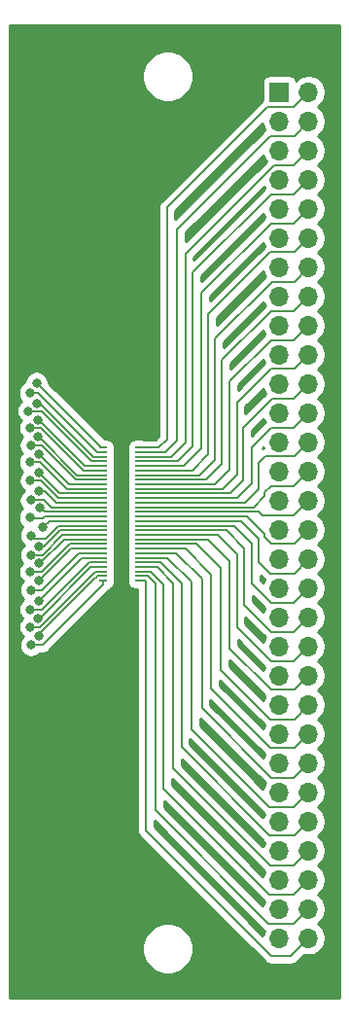
<source format=gbr>
%TF.GenerationSoftware,KiCad,Pcbnew,5.1.10-88a1d61d58~88~ubuntu20.04.1*%
%TF.CreationDate,2021-05-25T18:48:27+07:00*%
%TF.ProjectId,Hirose_DF40HC_60DS_V04_Header_Adapter,4869726f-7365-45f4-9446-343048435f36,rev?*%
%TF.SameCoordinates,Original*%
%TF.FileFunction,Copper,L1,Top*%
%TF.FilePolarity,Positive*%
%FSLAX46Y46*%
G04 Gerber Fmt 4.6, Leading zero omitted, Abs format (unit mm)*
G04 Created by KiCad (PCBNEW 5.1.10-88a1d61d58~88~ubuntu20.04.1) date 2021-05-25 18:48:27*
%MOMM*%
%LPD*%
G01*
G04 APERTURE LIST*
%TA.AperFunction,SMDPad,CuDef*%
%ADD10R,0.700000X0.200000*%
%TD*%
%TA.AperFunction,ComponentPad*%
%ADD11O,1.700000X1.700000*%
%TD*%
%TA.AperFunction,ComponentPad*%
%ADD12R,1.700000X1.700000*%
%TD*%
%TA.AperFunction,ViaPad*%
%ADD13C,0.800000*%
%TD*%
%TA.AperFunction,Conductor*%
%ADD14C,0.200000*%
%TD*%
%TA.AperFunction,Conductor*%
%ADD15C,0.180000*%
%TD*%
%TA.AperFunction,NonConductor*%
%ADD16C,0.254000*%
%TD*%
%TA.AperFunction,NonConductor*%
%ADD17C,0.100000*%
%TD*%
G04 APERTURE END LIST*
D10*
%TO.P,J1,60*%
%TO.N,Net-(J1-Pad60)*%
X119390000Y-81500000D03*
%TO.P,J1,59*%
%TO.N,/59*%
X116310000Y-81500000D03*
%TO.P,J1,58*%
%TO.N,Net-(J1-Pad58)*%
X119390000Y-81100000D03*
%TO.P,J1,57*%
%TO.N,/57*%
X116310000Y-81100000D03*
%TO.P,J1,56*%
%TO.N,Net-(J1-Pad56)*%
X119390000Y-80700000D03*
%TO.P,J1,55*%
%TO.N,/55*%
X116310000Y-80700000D03*
%TO.P,J1,54*%
%TO.N,Net-(J1-Pad54)*%
X119390000Y-80300000D03*
%TO.P,J1,53*%
%TO.N,/53*%
X116310000Y-80300000D03*
%TO.P,J1,52*%
%TO.N,Net-(J1-Pad52)*%
X119390000Y-79900000D03*
%TO.P,J1,51*%
%TO.N,/51*%
X116310000Y-79900000D03*
%TO.P,J1,50*%
%TO.N,Net-(J1-Pad50)*%
X119390000Y-79500000D03*
%TO.P,J1,49*%
%TO.N,/49*%
X116310000Y-79500000D03*
%TO.P,J1,48*%
%TO.N,Net-(J1-Pad48)*%
X119390000Y-79100000D03*
%TO.P,J1,47*%
%TO.N,/47*%
X116310000Y-79100000D03*
%TO.P,J1,46*%
%TO.N,Net-(J1-Pad46)*%
X119390000Y-78700000D03*
%TO.P,J1,45*%
%TO.N,/45*%
X116310000Y-78700000D03*
%TO.P,J1,44*%
%TO.N,Net-(J1-Pad44)*%
X119390000Y-78300000D03*
%TO.P,J1,43*%
%TO.N,/43*%
X116310000Y-78300000D03*
%TO.P,J1,42*%
%TO.N,Net-(J1-Pad42)*%
X119390000Y-77900000D03*
%TO.P,J1,41*%
%TO.N,/41*%
X116310000Y-77900000D03*
%TO.P,J1,40*%
%TO.N,Net-(J1-Pad40)*%
X119390000Y-77500000D03*
%TO.P,J1,39*%
%TO.N,/39*%
X116310000Y-77500000D03*
%TO.P,J1,38*%
%TO.N,Net-(J1-Pad38)*%
X119390000Y-77100000D03*
%TO.P,J1,37*%
%TO.N,/37*%
X116310000Y-77100000D03*
%TO.P,J1,36*%
%TO.N,Net-(J1-Pad36)*%
X119390000Y-76700000D03*
%TO.P,J1,35*%
%TO.N,/35*%
X116310000Y-76700000D03*
%TO.P,J1,34*%
%TO.N,Net-(J1-Pad34)*%
X119390000Y-76300000D03*
%TO.P,J1,33*%
%TO.N,/33*%
X116310000Y-76300000D03*
%TO.P,J1,32*%
%TO.N,Net-(J1-Pad32)*%
X119390000Y-75900000D03*
%TO.P,J1,31*%
%TO.N,/31*%
X116310000Y-75900000D03*
%TO.P,J1,30*%
%TO.N,Net-(J1-Pad30)*%
X119390000Y-75500000D03*
%TO.P,J1,29*%
%TO.N,/29*%
X116310000Y-75500000D03*
%TO.P,J1,28*%
%TO.N,Net-(J1-Pad28)*%
X119390000Y-75100000D03*
%TO.P,J1,27*%
%TO.N,/27*%
X116310000Y-75100000D03*
%TO.P,J1,26*%
%TO.N,Net-(J1-Pad26)*%
X119390000Y-74700000D03*
%TO.P,J1,25*%
%TO.N,/25*%
X116310000Y-74700000D03*
%TO.P,J1,24*%
%TO.N,Net-(J1-Pad24)*%
X119390000Y-74300000D03*
%TO.P,J1,23*%
%TO.N,/23*%
X116310000Y-74300000D03*
%TO.P,J1,22*%
%TO.N,Net-(J1-Pad22)*%
X119390000Y-73900000D03*
%TO.P,J1,21*%
%TO.N,/21*%
X116310000Y-73900000D03*
%TO.P,J1,20*%
%TO.N,Net-(J1-Pad20)*%
X119390000Y-73500000D03*
%TO.P,J1,19*%
%TO.N,/19*%
X116310000Y-73500000D03*
%TO.P,J1,18*%
%TO.N,Net-(J1-Pad18)*%
X119390000Y-73100000D03*
%TO.P,J1,17*%
%TO.N,/17*%
X116310000Y-73100000D03*
%TO.P,J1,16*%
%TO.N,Net-(J1-Pad16)*%
X119390000Y-72700000D03*
%TO.P,J1,15*%
%TO.N,/15*%
X116310000Y-72700000D03*
%TO.P,J1,14*%
%TO.N,Net-(J1-Pad14)*%
X119390000Y-72300000D03*
%TO.P,J1,13*%
%TO.N,/13*%
X116310000Y-72300000D03*
%TO.P,J1,12*%
%TO.N,Net-(J1-Pad12)*%
X119390000Y-71900000D03*
%TO.P,J1,11*%
%TO.N,/11*%
X116310000Y-71900000D03*
%TO.P,J1,10*%
%TO.N,Net-(J1-Pad10)*%
X119390000Y-71500000D03*
%TO.P,J1,9*%
%TO.N,/9*%
X116310000Y-71500000D03*
%TO.P,J1,8*%
%TO.N,Net-(J1-Pad8)*%
X119390000Y-71100000D03*
%TO.P,J1,7*%
%TO.N,/7*%
X116310000Y-71100000D03*
%TO.P,J1,6*%
%TO.N,Net-(J1-Pad6)*%
X119390000Y-70700000D03*
%TO.P,J1,5*%
%TO.N,/5*%
X116310000Y-70700000D03*
%TO.P,J1,4*%
%TO.N,Net-(J1-Pad4)*%
X119390000Y-70300000D03*
%TO.P,J1,3*%
%TO.N,/3*%
X116310000Y-70300000D03*
%TO.P,J1,2*%
%TO.N,Net-(J1-Pad2)*%
X119390000Y-69900000D03*
%TO.P,J1,1*%
%TO.N,/1*%
X116310000Y-69900000D03*
%TD*%
D11*
%TO.P,J2,60*%
%TO.N,Net-(J1-Pad60)*%
X134190000Y-112610000D03*
%TO.P,J2,59*%
%TO.N,/59*%
X131650000Y-112610000D03*
%TO.P,J2,58*%
%TO.N,Net-(J1-Pad58)*%
X134190000Y-110070000D03*
%TO.P,J2,57*%
%TO.N,/57*%
X131650000Y-110070000D03*
%TO.P,J2,56*%
%TO.N,Net-(J1-Pad56)*%
X134190000Y-107530000D03*
%TO.P,J2,55*%
%TO.N,/55*%
X131650000Y-107530000D03*
%TO.P,J2,54*%
%TO.N,Net-(J1-Pad54)*%
X134190000Y-104990000D03*
%TO.P,J2,53*%
%TO.N,/53*%
X131650000Y-104990000D03*
%TO.P,J2,52*%
%TO.N,Net-(J1-Pad52)*%
X134190000Y-102450000D03*
%TO.P,J2,51*%
%TO.N,/51*%
X131650000Y-102450000D03*
%TO.P,J2,50*%
%TO.N,Net-(J1-Pad50)*%
X134190000Y-99910000D03*
%TO.P,J2,49*%
%TO.N,/49*%
X131650000Y-99910000D03*
%TO.P,J2,48*%
%TO.N,Net-(J1-Pad48)*%
X134190000Y-97370000D03*
%TO.P,J2,47*%
%TO.N,/47*%
X131650000Y-97370000D03*
%TO.P,J2,46*%
%TO.N,Net-(J1-Pad46)*%
X134190000Y-94830000D03*
%TO.P,J2,45*%
%TO.N,/45*%
X131650000Y-94830000D03*
%TO.P,J2,44*%
%TO.N,Net-(J1-Pad44)*%
X134190000Y-92290000D03*
%TO.P,J2,43*%
%TO.N,/43*%
X131650000Y-92290000D03*
%TO.P,J2,42*%
%TO.N,Net-(J1-Pad42)*%
X134190000Y-89750000D03*
%TO.P,J2,41*%
%TO.N,/41*%
X131650000Y-89750000D03*
%TO.P,J2,40*%
%TO.N,Net-(J1-Pad40)*%
X134190000Y-87210000D03*
%TO.P,J2,39*%
%TO.N,/39*%
X131650000Y-87210000D03*
%TO.P,J2,38*%
%TO.N,Net-(J1-Pad38)*%
X134190000Y-84670000D03*
%TO.P,J2,37*%
%TO.N,/37*%
X131650000Y-84670000D03*
%TO.P,J2,36*%
%TO.N,Net-(J1-Pad36)*%
X134190000Y-82130000D03*
%TO.P,J2,35*%
%TO.N,/35*%
X131650000Y-82130000D03*
%TO.P,J2,34*%
%TO.N,Net-(J1-Pad34)*%
X134190000Y-79590000D03*
%TO.P,J2,33*%
%TO.N,/33*%
X131650000Y-79590000D03*
%TO.P,J2,32*%
%TO.N,Net-(J1-Pad32)*%
X134190000Y-77050000D03*
%TO.P,J2,31*%
%TO.N,/31*%
X131650000Y-77050000D03*
%TO.P,J2,30*%
%TO.N,Net-(J1-Pad30)*%
X134190000Y-74510000D03*
%TO.P,J2,29*%
%TO.N,/29*%
X131650000Y-74510000D03*
%TO.P,J2,28*%
%TO.N,Net-(J1-Pad28)*%
X134190000Y-71970000D03*
%TO.P,J2,27*%
%TO.N,/27*%
X131650000Y-71970000D03*
%TO.P,J2,26*%
%TO.N,Net-(J1-Pad26)*%
X134190000Y-69430000D03*
%TO.P,J2,25*%
%TO.N,/25*%
X131650000Y-69430000D03*
%TO.P,J2,24*%
%TO.N,Net-(J1-Pad24)*%
X134190000Y-66890000D03*
%TO.P,J2,23*%
%TO.N,/23*%
X131650000Y-66890000D03*
%TO.P,J2,22*%
%TO.N,Net-(J1-Pad22)*%
X134190000Y-64350000D03*
%TO.P,J2,21*%
%TO.N,/21*%
X131650000Y-64350000D03*
%TO.P,J2,20*%
%TO.N,Net-(J1-Pad20)*%
X134190000Y-61810000D03*
%TO.P,J2,19*%
%TO.N,/19*%
X131650000Y-61810000D03*
%TO.P,J2,18*%
%TO.N,Net-(J1-Pad18)*%
X134190000Y-59270000D03*
%TO.P,J2,17*%
%TO.N,/17*%
X131650000Y-59270000D03*
%TO.P,J2,16*%
%TO.N,Net-(J1-Pad16)*%
X134190000Y-56730000D03*
%TO.P,J2,15*%
%TO.N,/15*%
X131650000Y-56730000D03*
%TO.P,J2,14*%
%TO.N,Net-(J1-Pad14)*%
X134190000Y-54190000D03*
%TO.P,J2,13*%
%TO.N,/13*%
X131650000Y-54190000D03*
%TO.P,J2,12*%
%TO.N,Net-(J1-Pad12)*%
X134190000Y-51650000D03*
%TO.P,J2,11*%
%TO.N,/11*%
X131650000Y-51650000D03*
%TO.P,J2,10*%
%TO.N,Net-(J1-Pad10)*%
X134190000Y-49110000D03*
%TO.P,J2,9*%
%TO.N,/9*%
X131650000Y-49110000D03*
%TO.P,J2,8*%
%TO.N,Net-(J1-Pad8)*%
X134190000Y-46570000D03*
%TO.P,J2,7*%
%TO.N,/7*%
X131650000Y-46570000D03*
%TO.P,J2,6*%
%TO.N,Net-(J1-Pad6)*%
X134190000Y-44030000D03*
%TO.P,J2,5*%
%TO.N,/5*%
X131650000Y-44030000D03*
%TO.P,J2,4*%
%TO.N,Net-(J1-Pad4)*%
X134190000Y-41490000D03*
%TO.P,J2,3*%
%TO.N,/3*%
X131650000Y-41490000D03*
%TO.P,J2,2*%
%TO.N,Net-(J1-Pad2)*%
X134190000Y-38950000D03*
D12*
%TO.P,J2,1*%
%TO.N,/1*%
X131650000Y-38950000D03*
%TD*%
D13*
%TO.N,/35*%
X110000000Y-77554000D03*
%TO.N,/25*%
X110700000Y-73704000D03*
%TO.N,/47*%
X110000000Y-82304000D03*
%TO.N,/45*%
X110700000Y-81504000D03*
%TO.N,/43*%
X109950000Y-80704000D03*
%TO.N,/39*%
X110000000Y-79254000D03*
%TO.N,/59*%
X110000000Y-87108000D03*
%TO.N,/57*%
X110700000Y-86308000D03*
%TO.N,/49*%
X110700000Y-83258000D03*
%TO.N,/55*%
X109949850Y-85508177D03*
%TO.N,/53*%
X110593898Y-84742864D03*
%TO.N,/51*%
X109938117Y-83987897D03*
%TO.N,/41*%
X110693381Y-79997381D03*
%TO.N,/37*%
X110709598Y-78520141D03*
%TO.N,/33*%
X111064734Y-76863990D03*
%TO.N,/31*%
X109928150Y-75970643D03*
%TO.N,/29*%
X110786847Y-75103968D03*
%TO.N,/27*%
X109991633Y-74497620D03*
%TO.N,/23*%
X109968959Y-72783590D03*
%TO.N,/21*%
X110657733Y-72058597D03*
%TO.N,/19*%
X109928694Y-71169808D03*
%TO.N,/17*%
X110661089Y-70479798D03*
%TO.N,/15*%
X109993297Y-69707737D03*
%TO.N,/13*%
X110648089Y-68951911D03*
%TO.N,/11*%
X109940130Y-68210508D03*
%TO.N,/9*%
X110624798Y-67481636D03*
%TO.N,/7*%
X109768771Y-66721100D03*
%TO.N,/5*%
X110498364Y-66036189D03*
%TO.N,/3*%
X109929179Y-65136151D03*
%TO.N,/1*%
X110490000Y-64262000D03*
%TD*%
D14*
%TO.N,Net-(J1-Pad60)*%
X119900000Y-81500000D02*
X119390000Y-81500000D01*
X120000000Y-103250000D02*
X120000000Y-81600000D01*
X120000000Y-81600000D02*
X119900000Y-81500000D01*
X130950000Y-114200000D02*
X120000000Y-103250000D01*
X132600000Y-114200000D02*
X130950000Y-114200000D01*
X134190000Y-112610000D02*
X132600000Y-114200000D01*
D15*
%TO.N,/59*%
X110000000Y-87108000D02*
X111012000Y-87108000D01*
X116310000Y-81810000D02*
X116310000Y-81500000D01*
X111012000Y-87108000D02*
X116310000Y-81810000D01*
D14*
%TO.N,Net-(J1-Pad58)*%
X120200000Y-81100000D02*
X119390000Y-81100000D01*
X120850000Y-101500000D02*
X120850000Y-81750000D01*
X130700000Y-111350000D02*
X120850000Y-101500000D01*
X132910000Y-111350000D02*
X130700000Y-111350000D01*
X120850000Y-81750000D02*
X120200000Y-81100000D01*
X134190000Y-110070000D02*
X132910000Y-111350000D01*
D15*
%TO.N,/57*%
X115780000Y-81100000D02*
X116310000Y-81100000D01*
X115669999Y-81210001D02*
X115780000Y-81100000D01*
X115669999Y-81210001D02*
X115639999Y-81210001D01*
X115639999Y-81210001D02*
X110700000Y-86150000D01*
X110700000Y-86150000D02*
X110700000Y-86308000D01*
D14*
%TO.N,Net-(J1-Pad56)*%
X121550000Y-81784300D02*
X120465700Y-80700000D01*
X121550000Y-99600000D02*
X121550000Y-81784300D01*
X120465700Y-80700000D02*
X119390000Y-80700000D01*
X130750000Y-108800000D02*
X121550000Y-99600000D01*
X132920000Y-108800000D02*
X130750000Y-108800000D01*
X134190000Y-107530000D02*
X132920000Y-108800000D01*
D15*
%TO.N,/55*%
X110804407Y-85508177D02*
X109949850Y-85508177D01*
X116310000Y-80700000D02*
X115612584Y-80700000D01*
X115612584Y-80700000D02*
X110804407Y-85508177D01*
D14*
%TO.N,Net-(J1-Pad54)*%
X121000000Y-80300000D02*
X119390000Y-80300000D01*
X122400000Y-97850000D02*
X122400000Y-81700000D01*
X130850000Y-106300000D02*
X122400000Y-97850000D01*
X122400000Y-81700000D02*
X121000000Y-80300000D01*
X132880000Y-106300000D02*
X130850000Y-106300000D01*
X134190000Y-104990000D02*
X132880000Y-106300000D01*
D15*
%TO.N,/53*%
X110765136Y-84742864D02*
X110593898Y-84742864D01*
X115208000Y-80300000D02*
X110765136Y-84742864D01*
X116310000Y-80300000D02*
X115208000Y-80300000D01*
D14*
%TO.N,Net-(J1-Pad52)*%
X132940000Y-103700000D02*
X130800000Y-103700000D01*
X134190000Y-102450000D02*
X132940000Y-103700000D01*
X123100000Y-81700000D02*
X121300000Y-79900000D01*
X123100000Y-96000000D02*
X123100000Y-81700000D01*
X130800000Y-103700000D02*
X123100000Y-96000000D01*
X121300000Y-79900000D02*
X119390000Y-79900000D01*
D15*
%TO.N,/51*%
X110982687Y-83987897D02*
X109938117Y-83987897D01*
X115070584Y-79900000D02*
X110982687Y-83987897D01*
X116310000Y-79900000D02*
X115070584Y-79900000D01*
D14*
%TO.N,Net-(J1-Pad50)*%
X121900000Y-79500000D02*
X119390000Y-79500000D01*
X124000000Y-81600000D02*
X121900000Y-79500000D01*
X124000000Y-94400000D02*
X124000000Y-81600000D01*
X132900000Y-101200000D02*
X130800000Y-101200000D01*
X130800000Y-101200000D02*
X124000000Y-94400000D01*
X134190000Y-99910000D02*
X132900000Y-101200000D01*
D15*
%TO.N,/49*%
X114458000Y-79500000D02*
X110700000Y-83258000D01*
X116310000Y-79500000D02*
X114458000Y-79500000D01*
D14*
%TO.N,Net-(J1-Pad48)*%
X124900000Y-81350000D02*
X122650000Y-79100000D01*
X130950000Y-98650000D02*
X124900000Y-92600000D01*
X122650000Y-79100000D02*
X119390000Y-79100000D01*
X124900000Y-92600000D02*
X124900000Y-81350000D01*
X132910000Y-98650000D02*
X130950000Y-98650000D01*
X134190000Y-97370000D02*
X132910000Y-98650000D01*
D15*
%TO.N,/47*%
X110000000Y-82304000D02*
X110990000Y-82304000D01*
X114194000Y-79100000D02*
X116310000Y-79100000D01*
X110990000Y-82304000D02*
X114194000Y-79100000D01*
D14*
%TO.N,Net-(J1-Pad46)*%
X123450000Y-78700000D02*
X123150000Y-78700000D01*
X125700000Y-90900000D02*
X125700000Y-80950000D01*
X125700000Y-80950000D02*
X123450000Y-78700000D01*
X130850000Y-96050000D02*
X125700000Y-90900000D01*
X132970000Y-96050000D02*
X130850000Y-96050000D01*
X123150000Y-78700000D02*
X119390000Y-78700000D01*
X134190000Y-94830000D02*
X132970000Y-96050000D01*
D15*
%TO.N,/45*%
X113504000Y-78700000D02*
X110700000Y-81504000D01*
X116310000Y-78700000D02*
X113504000Y-78700000D01*
D14*
%TO.N,Net-(J1-Pad44)*%
X132930000Y-93550000D02*
X130850000Y-93550000D01*
X134190000Y-92290000D02*
X132930000Y-93550000D01*
X126550000Y-89250000D02*
X126550000Y-80400000D01*
X130850000Y-93550000D02*
X126550000Y-89250000D01*
X124450000Y-78300000D02*
X123750000Y-78300000D01*
X126550000Y-80400000D02*
X124450000Y-78300000D01*
X123750000Y-78300000D02*
X119390000Y-78300000D01*
D15*
%TO.N,/43*%
X109950000Y-80704000D02*
X110962584Y-80704000D01*
X110962584Y-80704000D02*
X113366584Y-78300000D01*
X113366584Y-78300000D02*
X116310000Y-78300000D01*
D14*
%TO.N,Net-(J1-Pad42)*%
X125000000Y-77900000D02*
X119390000Y-77900000D01*
X132940000Y-91000000D02*
X130900000Y-91000000D01*
X134190000Y-89750000D02*
X132940000Y-91000000D01*
X127300000Y-87400000D02*
X127300000Y-79800000D01*
X130900000Y-91000000D02*
X127300000Y-87400000D01*
X125400000Y-77900000D02*
X125000000Y-77900000D01*
X127300000Y-79800000D02*
X125400000Y-77900000D01*
D15*
%TO.N,/41*%
X112888359Y-77900000D02*
X110790978Y-79997381D01*
X110790978Y-79997381D02*
X110693381Y-79997381D01*
X116310000Y-77900000D02*
X112888359Y-77900000D01*
D14*
%TO.N,Net-(J1-Pad40)*%
X132900000Y-88500000D02*
X130900000Y-88500000D01*
X134190000Y-87210000D02*
X132900000Y-88500000D01*
X127950000Y-85550000D02*
X127950000Y-79200000D01*
X130900000Y-88500000D02*
X127950000Y-85550000D01*
X126250000Y-77500000D02*
X125850000Y-77500000D01*
X127950000Y-79200000D02*
X126250000Y-77500000D01*
X125850000Y-77500000D02*
X119390000Y-77500000D01*
D15*
%TO.N,/39*%
X110996943Y-79254000D02*
X112750943Y-77500000D01*
X110000000Y-79254000D02*
X110996943Y-79254000D01*
X112750943Y-77500000D02*
X116310000Y-77500000D01*
D14*
%TO.N,Net-(J1-Pad38)*%
X134190000Y-84670000D02*
X132910000Y-85950000D01*
X132910000Y-85950000D02*
X130950000Y-85950000D01*
X128600000Y-83600000D02*
X128600000Y-78700000D01*
X130950000Y-85950000D02*
X128600000Y-83600000D01*
X127000000Y-77100000D02*
X126600000Y-77100000D01*
X128600000Y-78700000D02*
X127000000Y-77100000D01*
X126600000Y-77100000D02*
X119390000Y-77100000D01*
D15*
%TO.N,/37*%
X116310000Y-77100000D02*
X112523659Y-77100000D01*
X112523659Y-77100000D02*
X111103518Y-78520141D01*
X111103518Y-78520141D02*
X110709598Y-78520141D01*
D14*
%TO.N,Net-(J1-Pad36)*%
X129250000Y-81750000D02*
X129250000Y-78250000D01*
X129250000Y-78250000D02*
X127700000Y-76700000D01*
X130900000Y-83400000D02*
X129250000Y-81750000D01*
X127700000Y-76700000D02*
X119390000Y-76700000D01*
X132920000Y-83400000D02*
X130900000Y-83400000D01*
X134190000Y-82130000D02*
X132920000Y-83400000D01*
D15*
%TO.N,/35*%
X111256112Y-77830131D02*
X112386243Y-76700000D01*
X112386243Y-76700000D02*
X116310000Y-76700000D01*
X110276131Y-77830131D02*
X111256112Y-77830131D01*
X110000000Y-77554000D02*
X110276131Y-77830131D01*
D14*
%TO.N,Net-(J1-Pad34)*%
X132930000Y-80850000D02*
X130850000Y-80850000D01*
X134190000Y-79590000D02*
X132930000Y-80850000D01*
X129850000Y-77850000D02*
X128300000Y-76300000D01*
X129850000Y-79850000D02*
X129850000Y-77850000D01*
X128300000Y-76300000D02*
X119390000Y-76300000D01*
X130850000Y-80850000D02*
X129850000Y-79850000D01*
D15*
%TO.N,/33*%
X116309981Y-76300019D02*
X116310000Y-76300000D01*
X111628724Y-76300000D02*
X111064734Y-76863990D01*
X116310000Y-76300000D02*
X111628724Y-76300000D01*
D14*
%TO.N,Net-(J1-Pad32)*%
X130950000Y-78300000D02*
X130350000Y-77700000D01*
X132940000Y-78300000D02*
X130950000Y-78300000D01*
X134190000Y-77050000D02*
X132940000Y-78300000D01*
X130350000Y-77450000D02*
X128800000Y-75900000D01*
X130350000Y-77700000D02*
X130350000Y-77450000D01*
X128800000Y-75900000D02*
X119390000Y-75900000D01*
D15*
%TO.N,/31*%
X111211395Y-75900000D02*
X111055660Y-76055735D01*
X111055660Y-76055735D02*
X110013242Y-76055735D01*
X116310000Y-75900000D02*
X111211395Y-75900000D01*
X110013242Y-76055735D02*
X109928150Y-75970643D01*
D14*
%TO.N,Net-(J1-Pad30)*%
X119390000Y-75500000D02*
X129850000Y-75500000D01*
X129850000Y-75500000D02*
X130150000Y-75800000D01*
X132900000Y-75800000D02*
X134190000Y-74510000D01*
X130150000Y-75800000D02*
X132900000Y-75800000D01*
D15*
%TO.N,/29*%
X116310000Y-75500000D02*
X111182879Y-75500000D01*
X111182879Y-75500000D02*
X110786847Y-75103968D01*
D14*
%TO.N,Net-(J1-Pad28)*%
X130350000Y-74150000D02*
X129400000Y-75100000D01*
X129400000Y-75100000D02*
X119390000Y-75100000D01*
X130350000Y-73800000D02*
X130350000Y-74150000D01*
X130900000Y-73250000D02*
X130350000Y-73800000D01*
X132910000Y-73250000D02*
X130900000Y-73250000D01*
X134190000Y-71970000D02*
X132910000Y-73250000D01*
D15*
%TO.N,/27*%
X116310000Y-75100000D02*
X111804083Y-75100000D01*
X111804083Y-75100000D02*
X111118049Y-74413966D01*
X110075287Y-74413966D02*
X109991633Y-74497620D01*
X111118049Y-74413966D02*
X110075287Y-74413966D01*
D14*
%TO.N,Net-(J1-Pad26)*%
X128650000Y-74700000D02*
X119390000Y-74700000D01*
X129850000Y-73500000D02*
X128650000Y-74700000D01*
X129850000Y-71250000D02*
X129850000Y-73500000D01*
X130450000Y-70650000D02*
X129850000Y-71250000D01*
X132970000Y-70650000D02*
X130450000Y-70650000D01*
X134190000Y-69430000D02*
X132970000Y-70650000D01*
D15*
%TO.N,/25*%
X111228304Y-73704000D02*
X112224304Y-74700000D01*
X110700000Y-73704000D02*
X111228304Y-73704000D01*
X112224304Y-74700000D02*
X116310000Y-74700000D01*
D14*
%TO.N,Net-(J1-Pad24)*%
X127950000Y-74300000D02*
X119390000Y-74300000D01*
X129250000Y-73000000D02*
X127950000Y-74300000D01*
X129250000Y-69850000D02*
X129250000Y-73000000D01*
X130900000Y-68200000D02*
X129250000Y-69850000D01*
X132880000Y-68200000D02*
X130900000Y-68200000D01*
X134190000Y-66890000D02*
X132880000Y-68200000D01*
D15*
%TO.N,/23*%
X112361720Y-74300000D02*
X110845310Y-72783590D01*
X116310000Y-74300000D02*
X112361720Y-74300000D01*
X110845310Y-72783590D02*
X109968959Y-72783590D01*
D14*
%TO.N,Net-(J1-Pad22)*%
X127350000Y-73900000D02*
X119390000Y-73900000D01*
X128500000Y-72750000D02*
X127350000Y-73900000D01*
X128500000Y-68150000D02*
X128500000Y-72750000D01*
X131000000Y-65650000D02*
X128500000Y-68150000D01*
X132890000Y-65650000D02*
X131000000Y-65650000D01*
X134190000Y-64350000D02*
X132890000Y-65650000D01*
D15*
%TO.N,/21*%
X116310000Y-73900000D02*
X112499136Y-73900000D01*
X112499136Y-73900000D02*
X110657733Y-72058597D01*
D14*
%TO.N,Net-(J1-Pad20)*%
X127950000Y-66000000D02*
X127950000Y-72250000D01*
X126700000Y-73500000D02*
X119390000Y-73500000D01*
X130900000Y-63050000D02*
X127950000Y-66000000D01*
X132950000Y-63050000D02*
X130900000Y-63050000D01*
X127950000Y-72250000D02*
X126700000Y-73500000D01*
X134190000Y-61810000D02*
X132950000Y-63050000D01*
D15*
%TO.N,/19*%
X113698000Y-73500000D02*
X113378000Y-73500000D01*
X116310000Y-73500000D02*
X113698000Y-73500000D01*
X113698000Y-73500000D02*
X113124000Y-73500000D01*
X113124000Y-73500000D02*
X110802913Y-71178913D01*
X110802913Y-71178913D02*
X109937799Y-71178913D01*
X109937799Y-71178913D02*
X109928694Y-71169808D01*
D14*
%TO.N,Net-(J1-Pad18)*%
X126000000Y-73100000D02*
X119390000Y-73100000D01*
X127300000Y-71800000D02*
X126000000Y-73100000D01*
X127300000Y-64150000D02*
X127300000Y-71800000D01*
X130900000Y-60550000D02*
X127300000Y-64150000D01*
X132910000Y-60550000D02*
X130900000Y-60550000D01*
X134190000Y-59270000D02*
X132910000Y-60550000D01*
D15*
%TO.N,/17*%
X116310000Y-73100000D02*
X113281291Y-73100000D01*
X113281291Y-73100000D02*
X110661089Y-70479798D01*
D14*
%TO.N,Net-(J1-Pad16)*%
X125300000Y-72700000D02*
X119390000Y-72700000D01*
X126650000Y-71350000D02*
X125300000Y-72700000D01*
X130950000Y-58000000D02*
X126650000Y-62300000D01*
X132920000Y-58000000D02*
X130950000Y-58000000D01*
X126650000Y-62300000D02*
X126650000Y-71350000D01*
X134190000Y-56730000D02*
X132920000Y-58000000D01*
D15*
%TO.N,/15*%
X110910232Y-69707737D02*
X109993297Y-69707737D01*
X113902495Y-72700000D02*
X110910232Y-69707737D01*
X116310000Y-72700000D02*
X113902495Y-72700000D01*
D14*
%TO.N,Net-(J1-Pad14)*%
X124400000Y-72300000D02*
X119390000Y-72300000D01*
X126050000Y-70950000D02*
X124700010Y-72299990D01*
X124400010Y-72299990D02*
X124400000Y-72300000D01*
X126050000Y-60400000D02*
X126050000Y-70950000D01*
X124700010Y-72299990D02*
X124400010Y-72299990D01*
X131000000Y-55450000D02*
X126050000Y-60400000D01*
X132930000Y-55450000D02*
X131000000Y-55450000D01*
X134190000Y-54190000D02*
X132930000Y-55450000D01*
D15*
%TO.N,/13*%
X110691822Y-68951911D02*
X110648089Y-68951911D01*
X114039911Y-72300000D02*
X110691822Y-68951911D01*
X116310000Y-72300000D02*
X114039911Y-72300000D01*
D14*
%TO.N,Net-(J1-Pad12)*%
X123750000Y-71900000D02*
X119390000Y-71900000D01*
X124050000Y-71900000D02*
X123750000Y-71900000D01*
X125450000Y-58300000D02*
X125450000Y-70500000D01*
X125450000Y-70500000D02*
X124050000Y-71900000D01*
X130850000Y-52900000D02*
X125450000Y-58300000D01*
X132940000Y-52900000D02*
X130850000Y-52900000D01*
X134190000Y-51650000D02*
X132940000Y-52900000D01*
D15*
%TO.N,/11*%
X114572000Y-71900000D02*
X110882508Y-68210508D01*
X116310000Y-71900000D02*
X114572000Y-71900000D01*
X110882508Y-68210508D02*
X109940130Y-68210508D01*
D14*
%TO.N,Net-(J1-Pad10)*%
X123200000Y-71500000D02*
X119390000Y-71500000D01*
X123200010Y-71499990D02*
X123200000Y-71500000D01*
X124850000Y-70000000D02*
X123350010Y-71499990D01*
X124850000Y-56450000D02*
X124850000Y-70000000D01*
X130900000Y-50400000D02*
X124850000Y-56450000D01*
X123350010Y-71499990D02*
X123200010Y-71499990D01*
X132900000Y-50400000D02*
X130900000Y-50400000D01*
X134190000Y-49110000D02*
X132900000Y-50400000D01*
D15*
%TO.N,/9*%
X114712131Y-71500000D02*
X110693767Y-67481636D01*
X110693767Y-67481636D02*
X110624798Y-67481636D01*
X116310000Y-71500000D02*
X114712131Y-71500000D01*
D14*
%TO.N,Net-(J1-Pad8)*%
X122800000Y-71100000D02*
X119390000Y-71100000D01*
X124100000Y-69800000D02*
X122800000Y-71100000D01*
X124100000Y-54650000D02*
X124100000Y-69800000D01*
X130900000Y-47850000D02*
X124100000Y-54650000D01*
X132910000Y-47850000D02*
X130900000Y-47850000D01*
X134190000Y-46570000D02*
X132910000Y-47850000D01*
D15*
%TO.N,/7*%
X109780619Y-66732948D02*
X109768771Y-66721100D01*
X110928948Y-66732948D02*
X109780619Y-66732948D01*
X115296000Y-71100000D02*
X110928948Y-66732948D01*
X116310000Y-71100000D02*
X115296000Y-71100000D01*
D14*
%TO.N,Net-(J1-Pad6)*%
X122250000Y-70700000D02*
X119390000Y-70700000D01*
X123450000Y-69500000D02*
X122250000Y-70700000D01*
X131200000Y-45300000D02*
X123450000Y-53050000D01*
X123450000Y-53050000D02*
X123450000Y-69500000D01*
X132920000Y-45300000D02*
X131200000Y-45300000D01*
X134190000Y-44030000D02*
X132920000Y-45300000D01*
D15*
%TO.N,/5*%
X116310000Y-70700000D02*
X115450000Y-70700000D01*
X115450000Y-70700000D02*
X110786189Y-66036189D01*
X110786189Y-66036189D02*
X110498364Y-66036189D01*
D14*
%TO.N,Net-(J1-Pad4)*%
X134190000Y-41490000D02*
X132930000Y-42750000D01*
X121700000Y-70300000D02*
X119390000Y-70300000D01*
X122750000Y-69250000D02*
X121700000Y-70300000D01*
X130850000Y-42800000D02*
X122750000Y-50900000D01*
X130850000Y-42750000D02*
X130850000Y-42800000D01*
X122750000Y-50900000D02*
X122750000Y-69250000D01*
X132930000Y-42750000D02*
X130850000Y-42750000D01*
D15*
%TO.N,/3*%
X110574149Y-65136151D02*
X109929179Y-65136151D01*
X115737998Y-70300000D02*
X110574149Y-65136151D01*
X116310000Y-70300000D02*
X115737998Y-70300000D01*
D14*
%TO.N,Net-(J1-Pad2)*%
X121850000Y-69200000D02*
X121150000Y-69900000D01*
X121850000Y-49000000D02*
X121850000Y-69200000D01*
X130600000Y-40250000D02*
X121850000Y-49000000D01*
X132890000Y-40250000D02*
X130600000Y-40250000D01*
X121150000Y-69900000D02*
X119390000Y-69900000D01*
X134190000Y-38950000D02*
X132890000Y-40250000D01*
D15*
%TO.N,/1*%
X116128000Y-69900000D02*
X110490000Y-64262000D01*
X116310000Y-69900000D02*
X116128000Y-69900000D01*
%TD*%
D16*
X136840000Y-117840000D02*
X108160000Y-117840000D01*
X108160000Y-113317872D01*
X119685000Y-113317872D01*
X119685000Y-113758128D01*
X119770890Y-114189925D01*
X119939369Y-114596669D01*
X120183962Y-114962729D01*
X120495271Y-115274038D01*
X120861331Y-115518631D01*
X121268075Y-115687110D01*
X121699872Y-115773000D01*
X122140128Y-115773000D01*
X122571925Y-115687110D01*
X122978669Y-115518631D01*
X123344729Y-115274038D01*
X123656038Y-114962729D01*
X123900631Y-114596669D01*
X124069110Y-114189925D01*
X124155000Y-113758128D01*
X124155000Y-113317872D01*
X124069110Y-112886075D01*
X123900631Y-112479331D01*
X123656038Y-112113271D01*
X123344729Y-111801962D01*
X122978669Y-111557369D01*
X122571925Y-111388890D01*
X122140128Y-111303000D01*
X121699872Y-111303000D01*
X121268075Y-111388890D01*
X120861331Y-111557369D01*
X120495271Y-111801962D01*
X120183962Y-112113271D01*
X119939369Y-112479331D01*
X119770890Y-112886075D01*
X119685000Y-113317872D01*
X108160000Y-113317872D01*
X108160000Y-66619161D01*
X108733771Y-66619161D01*
X108733771Y-66823039D01*
X108773545Y-67022998D01*
X108851566Y-67211356D01*
X108964834Y-67380874D01*
X109108997Y-67525037D01*
X109140704Y-67546223D01*
X109136193Y-67550734D01*
X109022925Y-67720252D01*
X108944904Y-67908610D01*
X108905130Y-68108569D01*
X108905130Y-68312447D01*
X108944904Y-68512406D01*
X109022925Y-68700764D01*
X109136193Y-68870282D01*
X109251617Y-68985706D01*
X109189360Y-69047963D01*
X109076092Y-69217481D01*
X108998071Y-69405839D01*
X108958297Y-69605798D01*
X108958297Y-69809676D01*
X108998071Y-70009635D01*
X109076092Y-70197993D01*
X109189360Y-70367511D01*
X109228320Y-70406471D01*
X109124757Y-70510034D01*
X109011489Y-70679552D01*
X108933468Y-70867910D01*
X108893694Y-71067869D01*
X108893694Y-71271747D01*
X108933468Y-71471706D01*
X109011489Y-71660064D01*
X109124757Y-71829582D01*
X109268920Y-71973745D01*
X109296599Y-71992239D01*
X109165022Y-72123816D01*
X109051754Y-72293334D01*
X108973733Y-72481692D01*
X108933959Y-72681651D01*
X108933959Y-72885529D01*
X108973733Y-73085488D01*
X109051754Y-73273846D01*
X109165022Y-73443364D01*
X109309185Y-73587527D01*
X109399959Y-73648180D01*
X109331859Y-73693683D01*
X109187696Y-73837846D01*
X109074428Y-74007364D01*
X108996407Y-74195722D01*
X108956633Y-74395681D01*
X108956633Y-74599559D01*
X108996407Y-74799518D01*
X109074428Y-74987876D01*
X109187696Y-75157394D01*
X109232692Y-75202390D01*
X109124213Y-75310869D01*
X109010945Y-75480387D01*
X108932924Y-75668745D01*
X108893150Y-75868704D01*
X108893150Y-76072582D01*
X108932924Y-76272541D01*
X109010945Y-76460899D01*
X109124213Y-76630417D01*
X109268376Y-76774580D01*
X109296750Y-76793539D01*
X109196063Y-76894226D01*
X109082795Y-77063744D01*
X109004774Y-77252102D01*
X108965000Y-77452061D01*
X108965000Y-77655939D01*
X109004774Y-77855898D01*
X109082795Y-78044256D01*
X109196063Y-78213774D01*
X109340226Y-78357937D01*
X109409164Y-78404000D01*
X109340226Y-78450063D01*
X109196063Y-78594226D01*
X109082795Y-78763744D01*
X109004774Y-78952102D01*
X108965000Y-79152061D01*
X108965000Y-79355939D01*
X109004774Y-79555898D01*
X109082795Y-79744256D01*
X109196063Y-79913774D01*
X109236289Y-79954000D01*
X109146063Y-80044226D01*
X109032795Y-80213744D01*
X108954774Y-80402102D01*
X108915000Y-80602061D01*
X108915000Y-80805939D01*
X108954774Y-81005898D01*
X109032795Y-81194256D01*
X109146063Y-81363774D01*
X109290226Y-81507937D01*
X109315479Y-81524810D01*
X109196063Y-81644226D01*
X109082795Y-81813744D01*
X109004774Y-82002102D01*
X108965000Y-82202061D01*
X108965000Y-82405939D01*
X109004774Y-82605898D01*
X109082795Y-82794256D01*
X109196063Y-82963774D01*
X109340226Y-83107937D01*
X109366173Y-83125274D01*
X109278343Y-83183960D01*
X109134180Y-83328123D01*
X109020912Y-83497641D01*
X108942891Y-83685999D01*
X108903117Y-83885958D01*
X108903117Y-84089836D01*
X108942891Y-84289795D01*
X109020912Y-84478153D01*
X109134180Y-84647671D01*
X109240413Y-84753904D01*
X109145913Y-84848403D01*
X109032645Y-85017921D01*
X108954624Y-85206279D01*
X108914850Y-85406238D01*
X108914850Y-85610116D01*
X108954624Y-85810075D01*
X109032645Y-85998433D01*
X109145913Y-86167951D01*
X109290076Y-86312114D01*
X109315313Y-86328976D01*
X109196063Y-86448226D01*
X109082795Y-86617744D01*
X109004774Y-86806102D01*
X108965000Y-87006061D01*
X108965000Y-87209939D01*
X109004774Y-87409898D01*
X109082795Y-87598256D01*
X109196063Y-87767774D01*
X109340226Y-87911937D01*
X109509744Y-88025205D01*
X109698102Y-88103226D01*
X109898061Y-88143000D01*
X110101939Y-88143000D01*
X110301898Y-88103226D01*
X110490256Y-88025205D01*
X110659774Y-87911937D01*
X110738711Y-87833000D01*
X110976403Y-87833000D01*
X111012000Y-87836506D01*
X111047597Y-87833000D01*
X111047607Y-87833000D01*
X111154125Y-87822509D01*
X111290788Y-87781053D01*
X111416737Y-87713731D01*
X111527132Y-87623132D01*
X111549832Y-87595472D01*
X116797482Y-82347823D01*
X116825131Y-82325132D01*
X116847823Y-82297482D01*
X116847830Y-82297475D01*
X116915731Y-82214737D01*
X116916079Y-82214086D01*
X116939235Y-82170764D01*
X117014494Y-82130537D01*
X117111185Y-82051185D01*
X117190537Y-81954494D01*
X117249502Y-81844180D01*
X117285812Y-81724482D01*
X117298072Y-81600000D01*
X117298072Y-81400000D01*
X117288223Y-81300000D01*
X117298072Y-81200000D01*
X117298072Y-81000000D01*
X117288223Y-80900000D01*
X117298072Y-80800000D01*
X117298072Y-80600000D01*
X117288223Y-80500000D01*
X117298072Y-80400000D01*
X117298072Y-80200000D01*
X117288223Y-80100000D01*
X117298072Y-80000000D01*
X117298072Y-79800000D01*
X117288223Y-79700000D01*
X117298072Y-79600000D01*
X117298072Y-79400000D01*
X117288223Y-79300000D01*
X117298072Y-79200000D01*
X117298072Y-79000000D01*
X117288223Y-78900000D01*
X117298072Y-78800000D01*
X117298072Y-78600000D01*
X117288223Y-78500000D01*
X117298072Y-78400000D01*
X117298072Y-78200000D01*
X117288223Y-78100000D01*
X117298072Y-78000000D01*
X117298072Y-77800000D01*
X117288223Y-77700000D01*
X117298072Y-77600000D01*
X117298072Y-77400000D01*
X117288223Y-77300000D01*
X117298072Y-77200000D01*
X117298072Y-77000000D01*
X117288223Y-76900000D01*
X117298072Y-76800000D01*
X117298072Y-76600000D01*
X117288223Y-76500000D01*
X117298072Y-76400000D01*
X117298072Y-76200000D01*
X117288223Y-76100000D01*
X117298072Y-76000000D01*
X117298072Y-75800000D01*
X117288223Y-75700000D01*
X117298072Y-75600000D01*
X117298072Y-75400000D01*
X117288223Y-75300000D01*
X117298072Y-75200000D01*
X117298072Y-75000000D01*
X117288223Y-74900000D01*
X117298072Y-74800000D01*
X117298072Y-74600000D01*
X117288223Y-74500000D01*
X117298072Y-74400000D01*
X117298072Y-74200000D01*
X117288223Y-74100000D01*
X117298072Y-74000000D01*
X117298072Y-73800000D01*
X117288223Y-73700000D01*
X117298072Y-73600000D01*
X117298072Y-73400000D01*
X117288223Y-73300000D01*
X117298072Y-73200000D01*
X117298072Y-73000000D01*
X117288223Y-72900000D01*
X117298072Y-72800000D01*
X117298072Y-72600000D01*
X117288223Y-72500000D01*
X117298072Y-72400000D01*
X117298072Y-72200000D01*
X117288223Y-72100000D01*
X117298072Y-72000000D01*
X117298072Y-71800000D01*
X117288223Y-71700000D01*
X117298072Y-71600000D01*
X117298072Y-71400000D01*
X117288223Y-71300000D01*
X117298072Y-71200000D01*
X117298072Y-71000000D01*
X117288223Y-70900000D01*
X117298072Y-70800000D01*
X117298072Y-70600000D01*
X117288223Y-70500000D01*
X117298072Y-70400000D01*
X117298072Y-70200000D01*
X117288223Y-70100000D01*
X117298072Y-70000000D01*
X117298072Y-69800000D01*
X118401928Y-69800000D01*
X118401928Y-70000000D01*
X118411777Y-70100000D01*
X118401928Y-70200000D01*
X118401928Y-70400000D01*
X118411777Y-70500000D01*
X118401928Y-70600000D01*
X118401928Y-70800000D01*
X118411777Y-70900000D01*
X118401928Y-71000000D01*
X118401928Y-71200000D01*
X118411777Y-71300000D01*
X118401928Y-71400000D01*
X118401928Y-71600000D01*
X118411777Y-71700000D01*
X118401928Y-71800000D01*
X118401928Y-72000000D01*
X118411777Y-72100000D01*
X118401928Y-72200000D01*
X118401928Y-72400000D01*
X118411777Y-72500000D01*
X118401928Y-72600000D01*
X118401928Y-72800000D01*
X118411777Y-72900000D01*
X118401928Y-73000000D01*
X118401928Y-73200000D01*
X118411777Y-73300000D01*
X118401928Y-73400000D01*
X118401928Y-73600000D01*
X118411777Y-73700000D01*
X118401928Y-73800000D01*
X118401928Y-74000000D01*
X118411777Y-74100000D01*
X118401928Y-74200000D01*
X118401928Y-74400000D01*
X118411777Y-74500000D01*
X118401928Y-74600000D01*
X118401928Y-74800000D01*
X118411777Y-74900000D01*
X118401928Y-75000000D01*
X118401928Y-75200000D01*
X118411777Y-75300000D01*
X118401928Y-75400000D01*
X118401928Y-75600000D01*
X118411777Y-75700000D01*
X118401928Y-75800000D01*
X118401928Y-76000000D01*
X118411777Y-76100000D01*
X118401928Y-76200000D01*
X118401928Y-76400000D01*
X118411777Y-76500000D01*
X118401928Y-76600000D01*
X118401928Y-76800000D01*
X118411777Y-76900000D01*
X118401928Y-77000000D01*
X118401928Y-77200000D01*
X118411777Y-77300000D01*
X118401928Y-77400000D01*
X118401928Y-77600000D01*
X118411777Y-77700000D01*
X118401928Y-77800000D01*
X118401928Y-78000000D01*
X118411777Y-78100000D01*
X118401928Y-78200000D01*
X118401928Y-78400000D01*
X118411777Y-78500000D01*
X118401928Y-78600000D01*
X118401928Y-78800000D01*
X118411777Y-78900000D01*
X118401928Y-79000000D01*
X118401928Y-79200000D01*
X118411777Y-79300000D01*
X118401928Y-79400000D01*
X118401928Y-79600000D01*
X118411777Y-79700000D01*
X118401928Y-79800000D01*
X118401928Y-80000000D01*
X118411777Y-80100000D01*
X118401928Y-80200000D01*
X118401928Y-80400000D01*
X118411777Y-80500000D01*
X118401928Y-80600000D01*
X118401928Y-80800000D01*
X118411777Y-80900000D01*
X118401928Y-81000000D01*
X118401928Y-81200000D01*
X118411777Y-81300000D01*
X118401928Y-81400000D01*
X118401928Y-81600000D01*
X118414188Y-81724482D01*
X118450498Y-81844180D01*
X118509463Y-81954494D01*
X118588815Y-82051185D01*
X118685506Y-82130537D01*
X118795820Y-82189502D01*
X118915518Y-82225812D01*
X119040000Y-82238072D01*
X119265001Y-82238072D01*
X119265000Y-103213895D01*
X119261444Y-103250000D01*
X119275635Y-103394085D01*
X119282698Y-103417367D01*
X119317663Y-103532632D01*
X119385913Y-103660319D01*
X119477762Y-103772237D01*
X119505808Y-103795254D01*
X130404746Y-114694193D01*
X130427762Y-114722238D01*
X130455806Y-114745253D01*
X130539680Y-114814087D01*
X130667366Y-114882337D01*
X130805915Y-114924365D01*
X130950000Y-114938556D01*
X130986105Y-114935000D01*
X132563895Y-114935000D01*
X132600000Y-114938556D01*
X132636105Y-114935000D01*
X132744085Y-114924365D01*
X132882633Y-114882337D01*
X133010320Y-114814087D01*
X133122238Y-114722238D01*
X133145258Y-114694188D01*
X133794103Y-114045344D01*
X134043740Y-114095000D01*
X134336260Y-114095000D01*
X134623158Y-114037932D01*
X134893411Y-113925990D01*
X135136632Y-113763475D01*
X135343475Y-113556632D01*
X135505990Y-113313411D01*
X135617932Y-113043158D01*
X135675000Y-112756260D01*
X135675000Y-112463740D01*
X135617932Y-112176842D01*
X135505990Y-111906589D01*
X135343475Y-111663368D01*
X135136632Y-111456525D01*
X134962240Y-111340000D01*
X135136632Y-111223475D01*
X135343475Y-111016632D01*
X135505990Y-110773411D01*
X135617932Y-110503158D01*
X135675000Y-110216260D01*
X135675000Y-109923740D01*
X135617932Y-109636842D01*
X135505990Y-109366589D01*
X135343475Y-109123368D01*
X135136632Y-108916525D01*
X134962240Y-108800000D01*
X135136632Y-108683475D01*
X135343475Y-108476632D01*
X135505990Y-108233411D01*
X135617932Y-107963158D01*
X135675000Y-107676260D01*
X135675000Y-107383740D01*
X135617932Y-107096842D01*
X135505990Y-106826589D01*
X135343475Y-106583368D01*
X135136632Y-106376525D01*
X134962240Y-106260000D01*
X135136632Y-106143475D01*
X135343475Y-105936632D01*
X135505990Y-105693411D01*
X135617932Y-105423158D01*
X135675000Y-105136260D01*
X135675000Y-104843740D01*
X135617932Y-104556842D01*
X135505990Y-104286589D01*
X135343475Y-104043368D01*
X135136632Y-103836525D01*
X134962240Y-103720000D01*
X135136632Y-103603475D01*
X135343475Y-103396632D01*
X135505990Y-103153411D01*
X135617932Y-102883158D01*
X135675000Y-102596260D01*
X135675000Y-102303740D01*
X135617932Y-102016842D01*
X135505990Y-101746589D01*
X135343475Y-101503368D01*
X135136632Y-101296525D01*
X134962240Y-101180000D01*
X135136632Y-101063475D01*
X135343475Y-100856632D01*
X135505990Y-100613411D01*
X135617932Y-100343158D01*
X135675000Y-100056260D01*
X135675000Y-99763740D01*
X135617932Y-99476842D01*
X135505990Y-99206589D01*
X135343475Y-98963368D01*
X135136632Y-98756525D01*
X134962240Y-98640000D01*
X135136632Y-98523475D01*
X135343475Y-98316632D01*
X135505990Y-98073411D01*
X135617932Y-97803158D01*
X135675000Y-97516260D01*
X135675000Y-97223740D01*
X135617932Y-96936842D01*
X135505990Y-96666589D01*
X135343475Y-96423368D01*
X135136632Y-96216525D01*
X134962240Y-96100000D01*
X135136632Y-95983475D01*
X135343475Y-95776632D01*
X135505990Y-95533411D01*
X135617932Y-95263158D01*
X135675000Y-94976260D01*
X135675000Y-94683740D01*
X135617932Y-94396842D01*
X135505990Y-94126589D01*
X135343475Y-93883368D01*
X135136632Y-93676525D01*
X134962240Y-93560000D01*
X135136632Y-93443475D01*
X135343475Y-93236632D01*
X135505990Y-92993411D01*
X135617932Y-92723158D01*
X135675000Y-92436260D01*
X135675000Y-92143740D01*
X135617932Y-91856842D01*
X135505990Y-91586589D01*
X135343475Y-91343368D01*
X135136632Y-91136525D01*
X134962240Y-91020000D01*
X135136632Y-90903475D01*
X135343475Y-90696632D01*
X135505990Y-90453411D01*
X135617932Y-90183158D01*
X135675000Y-89896260D01*
X135675000Y-89603740D01*
X135617932Y-89316842D01*
X135505990Y-89046589D01*
X135343475Y-88803368D01*
X135136632Y-88596525D01*
X134962240Y-88480000D01*
X135136632Y-88363475D01*
X135343475Y-88156632D01*
X135505990Y-87913411D01*
X135617932Y-87643158D01*
X135675000Y-87356260D01*
X135675000Y-87063740D01*
X135617932Y-86776842D01*
X135505990Y-86506589D01*
X135343475Y-86263368D01*
X135136632Y-86056525D01*
X134962240Y-85940000D01*
X135136632Y-85823475D01*
X135343475Y-85616632D01*
X135505990Y-85373411D01*
X135617932Y-85103158D01*
X135675000Y-84816260D01*
X135675000Y-84523740D01*
X135617932Y-84236842D01*
X135505990Y-83966589D01*
X135343475Y-83723368D01*
X135136632Y-83516525D01*
X134962240Y-83400000D01*
X135136632Y-83283475D01*
X135343475Y-83076632D01*
X135505990Y-82833411D01*
X135617932Y-82563158D01*
X135675000Y-82276260D01*
X135675000Y-81983740D01*
X135617932Y-81696842D01*
X135505990Y-81426589D01*
X135343475Y-81183368D01*
X135136632Y-80976525D01*
X134962240Y-80860000D01*
X135136632Y-80743475D01*
X135343475Y-80536632D01*
X135505990Y-80293411D01*
X135617932Y-80023158D01*
X135675000Y-79736260D01*
X135675000Y-79443740D01*
X135617932Y-79156842D01*
X135505990Y-78886589D01*
X135343475Y-78643368D01*
X135136632Y-78436525D01*
X134962240Y-78320000D01*
X135136632Y-78203475D01*
X135343475Y-77996632D01*
X135505990Y-77753411D01*
X135617932Y-77483158D01*
X135675000Y-77196260D01*
X135675000Y-76903740D01*
X135617932Y-76616842D01*
X135505990Y-76346589D01*
X135343475Y-76103368D01*
X135136632Y-75896525D01*
X134962240Y-75780000D01*
X135136632Y-75663475D01*
X135343475Y-75456632D01*
X135505990Y-75213411D01*
X135617932Y-74943158D01*
X135675000Y-74656260D01*
X135675000Y-74363740D01*
X135617932Y-74076842D01*
X135505990Y-73806589D01*
X135343475Y-73563368D01*
X135136632Y-73356525D01*
X134962240Y-73240000D01*
X135136632Y-73123475D01*
X135343475Y-72916632D01*
X135505990Y-72673411D01*
X135617932Y-72403158D01*
X135675000Y-72116260D01*
X135675000Y-71823740D01*
X135617932Y-71536842D01*
X135505990Y-71266589D01*
X135343475Y-71023368D01*
X135136632Y-70816525D01*
X134962240Y-70700000D01*
X135136632Y-70583475D01*
X135343475Y-70376632D01*
X135505990Y-70133411D01*
X135617932Y-69863158D01*
X135675000Y-69576260D01*
X135675000Y-69283740D01*
X135617932Y-68996842D01*
X135505990Y-68726589D01*
X135343475Y-68483368D01*
X135136632Y-68276525D01*
X134962240Y-68160000D01*
X135136632Y-68043475D01*
X135343475Y-67836632D01*
X135505990Y-67593411D01*
X135617932Y-67323158D01*
X135675000Y-67036260D01*
X135675000Y-66743740D01*
X135617932Y-66456842D01*
X135505990Y-66186589D01*
X135343475Y-65943368D01*
X135136632Y-65736525D01*
X134962240Y-65620000D01*
X135136632Y-65503475D01*
X135343475Y-65296632D01*
X135505990Y-65053411D01*
X135617932Y-64783158D01*
X135675000Y-64496260D01*
X135675000Y-64203740D01*
X135617932Y-63916842D01*
X135505990Y-63646589D01*
X135343475Y-63403368D01*
X135136632Y-63196525D01*
X134962240Y-63080000D01*
X135136632Y-62963475D01*
X135343475Y-62756632D01*
X135505990Y-62513411D01*
X135617932Y-62243158D01*
X135675000Y-61956260D01*
X135675000Y-61663740D01*
X135617932Y-61376842D01*
X135505990Y-61106589D01*
X135343475Y-60863368D01*
X135136632Y-60656525D01*
X134962240Y-60540000D01*
X135136632Y-60423475D01*
X135343475Y-60216632D01*
X135505990Y-59973411D01*
X135617932Y-59703158D01*
X135675000Y-59416260D01*
X135675000Y-59123740D01*
X135617932Y-58836842D01*
X135505990Y-58566589D01*
X135343475Y-58323368D01*
X135136632Y-58116525D01*
X134962240Y-58000000D01*
X135136632Y-57883475D01*
X135343475Y-57676632D01*
X135505990Y-57433411D01*
X135617932Y-57163158D01*
X135675000Y-56876260D01*
X135675000Y-56583740D01*
X135617932Y-56296842D01*
X135505990Y-56026589D01*
X135343475Y-55783368D01*
X135136632Y-55576525D01*
X134962240Y-55460000D01*
X135136632Y-55343475D01*
X135343475Y-55136632D01*
X135505990Y-54893411D01*
X135617932Y-54623158D01*
X135675000Y-54336260D01*
X135675000Y-54043740D01*
X135617932Y-53756842D01*
X135505990Y-53486589D01*
X135343475Y-53243368D01*
X135136632Y-53036525D01*
X134962240Y-52920000D01*
X135136632Y-52803475D01*
X135343475Y-52596632D01*
X135505990Y-52353411D01*
X135617932Y-52083158D01*
X135675000Y-51796260D01*
X135675000Y-51503740D01*
X135617932Y-51216842D01*
X135505990Y-50946589D01*
X135343475Y-50703368D01*
X135136632Y-50496525D01*
X134962240Y-50380000D01*
X135136632Y-50263475D01*
X135343475Y-50056632D01*
X135505990Y-49813411D01*
X135617932Y-49543158D01*
X135675000Y-49256260D01*
X135675000Y-48963740D01*
X135617932Y-48676842D01*
X135505990Y-48406589D01*
X135343475Y-48163368D01*
X135136632Y-47956525D01*
X134962240Y-47840000D01*
X135136632Y-47723475D01*
X135343475Y-47516632D01*
X135505990Y-47273411D01*
X135617932Y-47003158D01*
X135675000Y-46716260D01*
X135675000Y-46423740D01*
X135617932Y-46136842D01*
X135505990Y-45866589D01*
X135343475Y-45623368D01*
X135136632Y-45416525D01*
X134962240Y-45300000D01*
X135136632Y-45183475D01*
X135343475Y-44976632D01*
X135505990Y-44733411D01*
X135617932Y-44463158D01*
X135675000Y-44176260D01*
X135675000Y-43883740D01*
X135617932Y-43596842D01*
X135505990Y-43326589D01*
X135343475Y-43083368D01*
X135136632Y-42876525D01*
X134962240Y-42760000D01*
X135136632Y-42643475D01*
X135343475Y-42436632D01*
X135505990Y-42193411D01*
X135617932Y-41923158D01*
X135675000Y-41636260D01*
X135675000Y-41343740D01*
X135617932Y-41056842D01*
X135505990Y-40786589D01*
X135343475Y-40543368D01*
X135136632Y-40336525D01*
X134962240Y-40220000D01*
X135136632Y-40103475D01*
X135343475Y-39896632D01*
X135505990Y-39653411D01*
X135617932Y-39383158D01*
X135675000Y-39096260D01*
X135675000Y-38803740D01*
X135617932Y-38516842D01*
X135505990Y-38246589D01*
X135343475Y-38003368D01*
X135136632Y-37796525D01*
X134893411Y-37634010D01*
X134623158Y-37522068D01*
X134336260Y-37465000D01*
X134043740Y-37465000D01*
X133756842Y-37522068D01*
X133486589Y-37634010D01*
X133243368Y-37796525D01*
X133111513Y-37928380D01*
X133089502Y-37855820D01*
X133030537Y-37745506D01*
X132951185Y-37648815D01*
X132854494Y-37569463D01*
X132744180Y-37510498D01*
X132624482Y-37474188D01*
X132500000Y-37461928D01*
X130800000Y-37461928D01*
X130675518Y-37474188D01*
X130555820Y-37510498D01*
X130445506Y-37569463D01*
X130348815Y-37648815D01*
X130269463Y-37745506D01*
X130210498Y-37855820D01*
X130174188Y-37975518D01*
X130161928Y-38100000D01*
X130161928Y-39658689D01*
X130077762Y-39727762D01*
X130054746Y-39755807D01*
X121355808Y-48454746D01*
X121327762Y-48477763D01*
X121235913Y-48589681D01*
X121167663Y-48717368D01*
X121138384Y-48813887D01*
X121125635Y-48855915D01*
X121111444Y-49000000D01*
X121115000Y-49036105D01*
X121115001Y-68895552D01*
X120845554Y-69165000D01*
X119771192Y-69165000D01*
X119740000Y-69161928D01*
X119040000Y-69161928D01*
X118915518Y-69174188D01*
X118795820Y-69210498D01*
X118685506Y-69269463D01*
X118588815Y-69348815D01*
X118509463Y-69445506D01*
X118450498Y-69555820D01*
X118414188Y-69675518D01*
X118401928Y-69800000D01*
X117298072Y-69800000D01*
X117285812Y-69675518D01*
X117249502Y-69555820D01*
X117190537Y-69445506D01*
X117111185Y-69348815D01*
X117014494Y-69269463D01*
X116904180Y-69210498D01*
X116784482Y-69174188D01*
X116660000Y-69161928D01*
X116415233Y-69161928D01*
X111525000Y-64271696D01*
X111525000Y-64160061D01*
X111485226Y-63960102D01*
X111407205Y-63771744D01*
X111293937Y-63602226D01*
X111149774Y-63458063D01*
X110980256Y-63344795D01*
X110791898Y-63266774D01*
X110591939Y-63227000D01*
X110388061Y-63227000D01*
X110188102Y-63266774D01*
X109999744Y-63344795D01*
X109830226Y-63458063D01*
X109686063Y-63602226D01*
X109572795Y-63771744D01*
X109494774Y-63960102D01*
X109455000Y-64160061D01*
X109455000Y-64212287D01*
X109438923Y-64218946D01*
X109269405Y-64332214D01*
X109125242Y-64476377D01*
X109011974Y-64645895D01*
X108933953Y-64834253D01*
X108894179Y-65034212D01*
X108894179Y-65238090D01*
X108933953Y-65438049D01*
X109011974Y-65626407D01*
X109125242Y-65795925D01*
X109191412Y-65862095D01*
X109108997Y-65917163D01*
X108964834Y-66061326D01*
X108851566Y-66230844D01*
X108773545Y-66419202D01*
X108733771Y-66619161D01*
X108160000Y-66619161D01*
X108160000Y-37371872D01*
X119685000Y-37371872D01*
X119685000Y-37812128D01*
X119770890Y-38243925D01*
X119939369Y-38650669D01*
X120183962Y-39016729D01*
X120495271Y-39328038D01*
X120861331Y-39572631D01*
X121268075Y-39741110D01*
X121699872Y-39827000D01*
X122140128Y-39827000D01*
X122571925Y-39741110D01*
X122978669Y-39572631D01*
X123344729Y-39328038D01*
X123656038Y-39016729D01*
X123900631Y-38650669D01*
X124069110Y-38243925D01*
X124155000Y-37812128D01*
X124155000Y-37371872D01*
X124069110Y-36940075D01*
X123900631Y-36533331D01*
X123656038Y-36167271D01*
X123344729Y-35855962D01*
X122978669Y-35611369D01*
X122571925Y-35442890D01*
X122140128Y-35357000D01*
X121699872Y-35357000D01*
X121268075Y-35442890D01*
X120861331Y-35611369D01*
X120495271Y-35855962D01*
X120183962Y-36167271D01*
X119939369Y-36533331D01*
X119770890Y-36940075D01*
X119685000Y-37371872D01*
X108160000Y-37371872D01*
X108160000Y-33160000D01*
X136840001Y-33160000D01*
X136840000Y-117840000D01*
%TA.AperFunction,NonConductor*%
D17*
G36*
X136840000Y-117840000D02*
G01*
X108160000Y-117840000D01*
X108160000Y-113317872D01*
X119685000Y-113317872D01*
X119685000Y-113758128D01*
X119770890Y-114189925D01*
X119939369Y-114596669D01*
X120183962Y-114962729D01*
X120495271Y-115274038D01*
X120861331Y-115518631D01*
X121268075Y-115687110D01*
X121699872Y-115773000D01*
X122140128Y-115773000D01*
X122571925Y-115687110D01*
X122978669Y-115518631D01*
X123344729Y-115274038D01*
X123656038Y-114962729D01*
X123900631Y-114596669D01*
X124069110Y-114189925D01*
X124155000Y-113758128D01*
X124155000Y-113317872D01*
X124069110Y-112886075D01*
X123900631Y-112479331D01*
X123656038Y-112113271D01*
X123344729Y-111801962D01*
X122978669Y-111557369D01*
X122571925Y-111388890D01*
X122140128Y-111303000D01*
X121699872Y-111303000D01*
X121268075Y-111388890D01*
X120861331Y-111557369D01*
X120495271Y-111801962D01*
X120183962Y-112113271D01*
X119939369Y-112479331D01*
X119770890Y-112886075D01*
X119685000Y-113317872D01*
X108160000Y-113317872D01*
X108160000Y-66619161D01*
X108733771Y-66619161D01*
X108733771Y-66823039D01*
X108773545Y-67022998D01*
X108851566Y-67211356D01*
X108964834Y-67380874D01*
X109108997Y-67525037D01*
X109140704Y-67546223D01*
X109136193Y-67550734D01*
X109022925Y-67720252D01*
X108944904Y-67908610D01*
X108905130Y-68108569D01*
X108905130Y-68312447D01*
X108944904Y-68512406D01*
X109022925Y-68700764D01*
X109136193Y-68870282D01*
X109251617Y-68985706D01*
X109189360Y-69047963D01*
X109076092Y-69217481D01*
X108998071Y-69405839D01*
X108958297Y-69605798D01*
X108958297Y-69809676D01*
X108998071Y-70009635D01*
X109076092Y-70197993D01*
X109189360Y-70367511D01*
X109228320Y-70406471D01*
X109124757Y-70510034D01*
X109011489Y-70679552D01*
X108933468Y-70867910D01*
X108893694Y-71067869D01*
X108893694Y-71271747D01*
X108933468Y-71471706D01*
X109011489Y-71660064D01*
X109124757Y-71829582D01*
X109268920Y-71973745D01*
X109296599Y-71992239D01*
X109165022Y-72123816D01*
X109051754Y-72293334D01*
X108973733Y-72481692D01*
X108933959Y-72681651D01*
X108933959Y-72885529D01*
X108973733Y-73085488D01*
X109051754Y-73273846D01*
X109165022Y-73443364D01*
X109309185Y-73587527D01*
X109399959Y-73648180D01*
X109331859Y-73693683D01*
X109187696Y-73837846D01*
X109074428Y-74007364D01*
X108996407Y-74195722D01*
X108956633Y-74395681D01*
X108956633Y-74599559D01*
X108996407Y-74799518D01*
X109074428Y-74987876D01*
X109187696Y-75157394D01*
X109232692Y-75202390D01*
X109124213Y-75310869D01*
X109010945Y-75480387D01*
X108932924Y-75668745D01*
X108893150Y-75868704D01*
X108893150Y-76072582D01*
X108932924Y-76272541D01*
X109010945Y-76460899D01*
X109124213Y-76630417D01*
X109268376Y-76774580D01*
X109296750Y-76793539D01*
X109196063Y-76894226D01*
X109082795Y-77063744D01*
X109004774Y-77252102D01*
X108965000Y-77452061D01*
X108965000Y-77655939D01*
X109004774Y-77855898D01*
X109082795Y-78044256D01*
X109196063Y-78213774D01*
X109340226Y-78357937D01*
X109409164Y-78404000D01*
X109340226Y-78450063D01*
X109196063Y-78594226D01*
X109082795Y-78763744D01*
X109004774Y-78952102D01*
X108965000Y-79152061D01*
X108965000Y-79355939D01*
X109004774Y-79555898D01*
X109082795Y-79744256D01*
X109196063Y-79913774D01*
X109236289Y-79954000D01*
X109146063Y-80044226D01*
X109032795Y-80213744D01*
X108954774Y-80402102D01*
X108915000Y-80602061D01*
X108915000Y-80805939D01*
X108954774Y-81005898D01*
X109032795Y-81194256D01*
X109146063Y-81363774D01*
X109290226Y-81507937D01*
X109315479Y-81524810D01*
X109196063Y-81644226D01*
X109082795Y-81813744D01*
X109004774Y-82002102D01*
X108965000Y-82202061D01*
X108965000Y-82405939D01*
X109004774Y-82605898D01*
X109082795Y-82794256D01*
X109196063Y-82963774D01*
X109340226Y-83107937D01*
X109366173Y-83125274D01*
X109278343Y-83183960D01*
X109134180Y-83328123D01*
X109020912Y-83497641D01*
X108942891Y-83685999D01*
X108903117Y-83885958D01*
X108903117Y-84089836D01*
X108942891Y-84289795D01*
X109020912Y-84478153D01*
X109134180Y-84647671D01*
X109240413Y-84753904D01*
X109145913Y-84848403D01*
X109032645Y-85017921D01*
X108954624Y-85206279D01*
X108914850Y-85406238D01*
X108914850Y-85610116D01*
X108954624Y-85810075D01*
X109032645Y-85998433D01*
X109145913Y-86167951D01*
X109290076Y-86312114D01*
X109315313Y-86328976D01*
X109196063Y-86448226D01*
X109082795Y-86617744D01*
X109004774Y-86806102D01*
X108965000Y-87006061D01*
X108965000Y-87209939D01*
X109004774Y-87409898D01*
X109082795Y-87598256D01*
X109196063Y-87767774D01*
X109340226Y-87911937D01*
X109509744Y-88025205D01*
X109698102Y-88103226D01*
X109898061Y-88143000D01*
X110101939Y-88143000D01*
X110301898Y-88103226D01*
X110490256Y-88025205D01*
X110659774Y-87911937D01*
X110738711Y-87833000D01*
X110976403Y-87833000D01*
X111012000Y-87836506D01*
X111047597Y-87833000D01*
X111047607Y-87833000D01*
X111154125Y-87822509D01*
X111290788Y-87781053D01*
X111416737Y-87713731D01*
X111527132Y-87623132D01*
X111549832Y-87595472D01*
X116797482Y-82347823D01*
X116825131Y-82325132D01*
X116847823Y-82297482D01*
X116847830Y-82297475D01*
X116915731Y-82214737D01*
X116916079Y-82214086D01*
X116939235Y-82170764D01*
X117014494Y-82130537D01*
X117111185Y-82051185D01*
X117190537Y-81954494D01*
X117249502Y-81844180D01*
X117285812Y-81724482D01*
X117298072Y-81600000D01*
X117298072Y-81400000D01*
X117288223Y-81300000D01*
X117298072Y-81200000D01*
X117298072Y-81000000D01*
X117288223Y-80900000D01*
X117298072Y-80800000D01*
X117298072Y-80600000D01*
X117288223Y-80500000D01*
X117298072Y-80400000D01*
X117298072Y-80200000D01*
X117288223Y-80100000D01*
X117298072Y-80000000D01*
X117298072Y-79800000D01*
X117288223Y-79700000D01*
X117298072Y-79600000D01*
X117298072Y-79400000D01*
X117288223Y-79300000D01*
X117298072Y-79200000D01*
X117298072Y-79000000D01*
X117288223Y-78900000D01*
X117298072Y-78800000D01*
X117298072Y-78600000D01*
X117288223Y-78500000D01*
X117298072Y-78400000D01*
X117298072Y-78200000D01*
X117288223Y-78100000D01*
X117298072Y-78000000D01*
X117298072Y-77800000D01*
X117288223Y-77700000D01*
X117298072Y-77600000D01*
X117298072Y-77400000D01*
X117288223Y-77300000D01*
X117298072Y-77200000D01*
X117298072Y-77000000D01*
X117288223Y-76900000D01*
X117298072Y-76800000D01*
X117298072Y-76600000D01*
X117288223Y-76500000D01*
X117298072Y-76400000D01*
X117298072Y-76200000D01*
X117288223Y-76100000D01*
X117298072Y-76000000D01*
X117298072Y-75800000D01*
X117288223Y-75700000D01*
X117298072Y-75600000D01*
X117298072Y-75400000D01*
X117288223Y-75300000D01*
X117298072Y-75200000D01*
X117298072Y-75000000D01*
X117288223Y-74900000D01*
X117298072Y-74800000D01*
X117298072Y-74600000D01*
X117288223Y-74500000D01*
X117298072Y-74400000D01*
X117298072Y-74200000D01*
X117288223Y-74100000D01*
X117298072Y-74000000D01*
X117298072Y-73800000D01*
X117288223Y-73700000D01*
X117298072Y-73600000D01*
X117298072Y-73400000D01*
X117288223Y-73300000D01*
X117298072Y-73200000D01*
X117298072Y-73000000D01*
X117288223Y-72900000D01*
X117298072Y-72800000D01*
X117298072Y-72600000D01*
X117288223Y-72500000D01*
X117298072Y-72400000D01*
X117298072Y-72200000D01*
X117288223Y-72100000D01*
X117298072Y-72000000D01*
X117298072Y-71800000D01*
X117288223Y-71700000D01*
X117298072Y-71600000D01*
X117298072Y-71400000D01*
X117288223Y-71300000D01*
X117298072Y-71200000D01*
X117298072Y-71000000D01*
X117288223Y-70900000D01*
X117298072Y-70800000D01*
X117298072Y-70600000D01*
X117288223Y-70500000D01*
X117298072Y-70400000D01*
X117298072Y-70200000D01*
X117288223Y-70100000D01*
X117298072Y-70000000D01*
X117298072Y-69800000D01*
X118401928Y-69800000D01*
X118401928Y-70000000D01*
X118411777Y-70100000D01*
X118401928Y-70200000D01*
X118401928Y-70400000D01*
X118411777Y-70500000D01*
X118401928Y-70600000D01*
X118401928Y-70800000D01*
X118411777Y-70900000D01*
X118401928Y-71000000D01*
X118401928Y-71200000D01*
X118411777Y-71300000D01*
X118401928Y-71400000D01*
X118401928Y-71600000D01*
X118411777Y-71700000D01*
X118401928Y-71800000D01*
X118401928Y-72000000D01*
X118411777Y-72100000D01*
X118401928Y-72200000D01*
X118401928Y-72400000D01*
X118411777Y-72500000D01*
X118401928Y-72600000D01*
X118401928Y-72800000D01*
X118411777Y-72900000D01*
X118401928Y-73000000D01*
X118401928Y-73200000D01*
X118411777Y-73300000D01*
X118401928Y-73400000D01*
X118401928Y-73600000D01*
X118411777Y-73700000D01*
X118401928Y-73800000D01*
X118401928Y-74000000D01*
X118411777Y-74100000D01*
X118401928Y-74200000D01*
X118401928Y-74400000D01*
X118411777Y-74500000D01*
X118401928Y-74600000D01*
X118401928Y-74800000D01*
X118411777Y-74900000D01*
X118401928Y-75000000D01*
X118401928Y-75200000D01*
X118411777Y-75300000D01*
X118401928Y-75400000D01*
X118401928Y-75600000D01*
X118411777Y-75700000D01*
X118401928Y-75800000D01*
X118401928Y-76000000D01*
X118411777Y-76100000D01*
X118401928Y-76200000D01*
X118401928Y-76400000D01*
X118411777Y-76500000D01*
X118401928Y-76600000D01*
X118401928Y-76800000D01*
X118411777Y-76900000D01*
X118401928Y-77000000D01*
X118401928Y-77200000D01*
X118411777Y-77300000D01*
X118401928Y-77400000D01*
X118401928Y-77600000D01*
X118411777Y-77700000D01*
X118401928Y-77800000D01*
X118401928Y-78000000D01*
X118411777Y-78100000D01*
X118401928Y-78200000D01*
X118401928Y-78400000D01*
X118411777Y-78500000D01*
X118401928Y-78600000D01*
X118401928Y-78800000D01*
X118411777Y-78900000D01*
X118401928Y-79000000D01*
X118401928Y-79200000D01*
X118411777Y-79300000D01*
X118401928Y-79400000D01*
X118401928Y-79600000D01*
X118411777Y-79700000D01*
X118401928Y-79800000D01*
X118401928Y-80000000D01*
X118411777Y-80100000D01*
X118401928Y-80200000D01*
X118401928Y-80400000D01*
X118411777Y-80500000D01*
X118401928Y-80600000D01*
X118401928Y-80800000D01*
X118411777Y-80900000D01*
X118401928Y-81000000D01*
X118401928Y-81200000D01*
X118411777Y-81300000D01*
X118401928Y-81400000D01*
X118401928Y-81600000D01*
X118414188Y-81724482D01*
X118450498Y-81844180D01*
X118509463Y-81954494D01*
X118588815Y-82051185D01*
X118685506Y-82130537D01*
X118795820Y-82189502D01*
X118915518Y-82225812D01*
X119040000Y-82238072D01*
X119265001Y-82238072D01*
X119265000Y-103213895D01*
X119261444Y-103250000D01*
X119275635Y-103394085D01*
X119282698Y-103417367D01*
X119317663Y-103532632D01*
X119385913Y-103660319D01*
X119477762Y-103772237D01*
X119505808Y-103795254D01*
X130404746Y-114694193D01*
X130427762Y-114722238D01*
X130455806Y-114745253D01*
X130539680Y-114814087D01*
X130667366Y-114882337D01*
X130805915Y-114924365D01*
X130950000Y-114938556D01*
X130986105Y-114935000D01*
X132563895Y-114935000D01*
X132600000Y-114938556D01*
X132636105Y-114935000D01*
X132744085Y-114924365D01*
X132882633Y-114882337D01*
X133010320Y-114814087D01*
X133122238Y-114722238D01*
X133145258Y-114694188D01*
X133794103Y-114045344D01*
X134043740Y-114095000D01*
X134336260Y-114095000D01*
X134623158Y-114037932D01*
X134893411Y-113925990D01*
X135136632Y-113763475D01*
X135343475Y-113556632D01*
X135505990Y-113313411D01*
X135617932Y-113043158D01*
X135675000Y-112756260D01*
X135675000Y-112463740D01*
X135617932Y-112176842D01*
X135505990Y-111906589D01*
X135343475Y-111663368D01*
X135136632Y-111456525D01*
X134962240Y-111340000D01*
X135136632Y-111223475D01*
X135343475Y-111016632D01*
X135505990Y-110773411D01*
X135617932Y-110503158D01*
X135675000Y-110216260D01*
X135675000Y-109923740D01*
X135617932Y-109636842D01*
X135505990Y-109366589D01*
X135343475Y-109123368D01*
X135136632Y-108916525D01*
X134962240Y-108800000D01*
X135136632Y-108683475D01*
X135343475Y-108476632D01*
X135505990Y-108233411D01*
X135617932Y-107963158D01*
X135675000Y-107676260D01*
X135675000Y-107383740D01*
X135617932Y-107096842D01*
X135505990Y-106826589D01*
X135343475Y-106583368D01*
X135136632Y-106376525D01*
X134962240Y-106260000D01*
X135136632Y-106143475D01*
X135343475Y-105936632D01*
X135505990Y-105693411D01*
X135617932Y-105423158D01*
X135675000Y-105136260D01*
X135675000Y-104843740D01*
X135617932Y-104556842D01*
X135505990Y-104286589D01*
X135343475Y-104043368D01*
X135136632Y-103836525D01*
X134962240Y-103720000D01*
X135136632Y-103603475D01*
X135343475Y-103396632D01*
X135505990Y-103153411D01*
X135617932Y-102883158D01*
X135675000Y-102596260D01*
X135675000Y-102303740D01*
X135617932Y-102016842D01*
X135505990Y-101746589D01*
X135343475Y-101503368D01*
X135136632Y-101296525D01*
X134962240Y-101180000D01*
X135136632Y-101063475D01*
X135343475Y-100856632D01*
X135505990Y-100613411D01*
X135617932Y-100343158D01*
X135675000Y-100056260D01*
X135675000Y-99763740D01*
X135617932Y-99476842D01*
X135505990Y-99206589D01*
X135343475Y-98963368D01*
X135136632Y-98756525D01*
X134962240Y-98640000D01*
X135136632Y-98523475D01*
X135343475Y-98316632D01*
X135505990Y-98073411D01*
X135617932Y-97803158D01*
X135675000Y-97516260D01*
X135675000Y-97223740D01*
X135617932Y-96936842D01*
X135505990Y-96666589D01*
X135343475Y-96423368D01*
X135136632Y-96216525D01*
X134962240Y-96100000D01*
X135136632Y-95983475D01*
X135343475Y-95776632D01*
X135505990Y-95533411D01*
X135617932Y-95263158D01*
X135675000Y-94976260D01*
X135675000Y-94683740D01*
X135617932Y-94396842D01*
X135505990Y-94126589D01*
X135343475Y-93883368D01*
X135136632Y-93676525D01*
X134962240Y-93560000D01*
X135136632Y-93443475D01*
X135343475Y-93236632D01*
X135505990Y-92993411D01*
X135617932Y-92723158D01*
X135675000Y-92436260D01*
X135675000Y-92143740D01*
X135617932Y-91856842D01*
X135505990Y-91586589D01*
X135343475Y-91343368D01*
X135136632Y-91136525D01*
X134962240Y-91020000D01*
X135136632Y-90903475D01*
X135343475Y-90696632D01*
X135505990Y-90453411D01*
X135617932Y-90183158D01*
X135675000Y-89896260D01*
X135675000Y-89603740D01*
X135617932Y-89316842D01*
X135505990Y-89046589D01*
X135343475Y-88803368D01*
X135136632Y-88596525D01*
X134962240Y-88480000D01*
X135136632Y-88363475D01*
X135343475Y-88156632D01*
X135505990Y-87913411D01*
X135617932Y-87643158D01*
X135675000Y-87356260D01*
X135675000Y-87063740D01*
X135617932Y-86776842D01*
X135505990Y-86506589D01*
X135343475Y-86263368D01*
X135136632Y-86056525D01*
X134962240Y-85940000D01*
X135136632Y-85823475D01*
X135343475Y-85616632D01*
X135505990Y-85373411D01*
X135617932Y-85103158D01*
X135675000Y-84816260D01*
X135675000Y-84523740D01*
X135617932Y-84236842D01*
X135505990Y-83966589D01*
X135343475Y-83723368D01*
X135136632Y-83516525D01*
X134962240Y-83400000D01*
X135136632Y-83283475D01*
X135343475Y-83076632D01*
X135505990Y-82833411D01*
X135617932Y-82563158D01*
X135675000Y-82276260D01*
X135675000Y-81983740D01*
X135617932Y-81696842D01*
X135505990Y-81426589D01*
X135343475Y-81183368D01*
X135136632Y-80976525D01*
X134962240Y-80860000D01*
X135136632Y-80743475D01*
X135343475Y-80536632D01*
X135505990Y-80293411D01*
X135617932Y-80023158D01*
X135675000Y-79736260D01*
X135675000Y-79443740D01*
X135617932Y-79156842D01*
X135505990Y-78886589D01*
X135343475Y-78643368D01*
X135136632Y-78436525D01*
X134962240Y-78320000D01*
X135136632Y-78203475D01*
X135343475Y-77996632D01*
X135505990Y-77753411D01*
X135617932Y-77483158D01*
X135675000Y-77196260D01*
X135675000Y-76903740D01*
X135617932Y-76616842D01*
X135505990Y-76346589D01*
X135343475Y-76103368D01*
X135136632Y-75896525D01*
X134962240Y-75780000D01*
X135136632Y-75663475D01*
X135343475Y-75456632D01*
X135505990Y-75213411D01*
X135617932Y-74943158D01*
X135675000Y-74656260D01*
X135675000Y-74363740D01*
X135617932Y-74076842D01*
X135505990Y-73806589D01*
X135343475Y-73563368D01*
X135136632Y-73356525D01*
X134962240Y-73240000D01*
X135136632Y-73123475D01*
X135343475Y-72916632D01*
X135505990Y-72673411D01*
X135617932Y-72403158D01*
X135675000Y-72116260D01*
X135675000Y-71823740D01*
X135617932Y-71536842D01*
X135505990Y-71266589D01*
X135343475Y-71023368D01*
X135136632Y-70816525D01*
X134962240Y-70700000D01*
X135136632Y-70583475D01*
X135343475Y-70376632D01*
X135505990Y-70133411D01*
X135617932Y-69863158D01*
X135675000Y-69576260D01*
X135675000Y-69283740D01*
X135617932Y-68996842D01*
X135505990Y-68726589D01*
X135343475Y-68483368D01*
X135136632Y-68276525D01*
X134962240Y-68160000D01*
X135136632Y-68043475D01*
X135343475Y-67836632D01*
X135505990Y-67593411D01*
X135617932Y-67323158D01*
X135675000Y-67036260D01*
X135675000Y-66743740D01*
X135617932Y-66456842D01*
X135505990Y-66186589D01*
X135343475Y-65943368D01*
X135136632Y-65736525D01*
X134962240Y-65620000D01*
X135136632Y-65503475D01*
X135343475Y-65296632D01*
X135505990Y-65053411D01*
X135617932Y-64783158D01*
X135675000Y-64496260D01*
X135675000Y-64203740D01*
X135617932Y-63916842D01*
X135505990Y-63646589D01*
X135343475Y-63403368D01*
X135136632Y-63196525D01*
X134962240Y-63080000D01*
X135136632Y-62963475D01*
X135343475Y-62756632D01*
X135505990Y-62513411D01*
X135617932Y-62243158D01*
X135675000Y-61956260D01*
X135675000Y-61663740D01*
X135617932Y-61376842D01*
X135505990Y-61106589D01*
X135343475Y-60863368D01*
X135136632Y-60656525D01*
X134962240Y-60540000D01*
X135136632Y-60423475D01*
X135343475Y-60216632D01*
X135505990Y-59973411D01*
X135617932Y-59703158D01*
X135675000Y-59416260D01*
X135675000Y-59123740D01*
X135617932Y-58836842D01*
X135505990Y-58566589D01*
X135343475Y-58323368D01*
X135136632Y-58116525D01*
X134962240Y-58000000D01*
X135136632Y-57883475D01*
X135343475Y-57676632D01*
X135505990Y-57433411D01*
X135617932Y-57163158D01*
X135675000Y-56876260D01*
X135675000Y-56583740D01*
X135617932Y-56296842D01*
X135505990Y-56026589D01*
X135343475Y-55783368D01*
X135136632Y-55576525D01*
X134962240Y-55460000D01*
X135136632Y-55343475D01*
X135343475Y-55136632D01*
X135505990Y-54893411D01*
X135617932Y-54623158D01*
X135675000Y-54336260D01*
X135675000Y-54043740D01*
X135617932Y-53756842D01*
X135505990Y-53486589D01*
X135343475Y-53243368D01*
X135136632Y-53036525D01*
X134962240Y-52920000D01*
X135136632Y-52803475D01*
X135343475Y-52596632D01*
X135505990Y-52353411D01*
X135617932Y-52083158D01*
X135675000Y-51796260D01*
X135675000Y-51503740D01*
X135617932Y-51216842D01*
X135505990Y-50946589D01*
X135343475Y-50703368D01*
X135136632Y-50496525D01*
X134962240Y-50380000D01*
X135136632Y-50263475D01*
X135343475Y-50056632D01*
X135505990Y-49813411D01*
X135617932Y-49543158D01*
X135675000Y-49256260D01*
X135675000Y-48963740D01*
X135617932Y-48676842D01*
X135505990Y-48406589D01*
X135343475Y-48163368D01*
X135136632Y-47956525D01*
X134962240Y-47840000D01*
X135136632Y-47723475D01*
X135343475Y-47516632D01*
X135505990Y-47273411D01*
X135617932Y-47003158D01*
X135675000Y-46716260D01*
X135675000Y-46423740D01*
X135617932Y-46136842D01*
X135505990Y-45866589D01*
X135343475Y-45623368D01*
X135136632Y-45416525D01*
X134962240Y-45300000D01*
X135136632Y-45183475D01*
X135343475Y-44976632D01*
X135505990Y-44733411D01*
X135617932Y-44463158D01*
X135675000Y-44176260D01*
X135675000Y-43883740D01*
X135617932Y-43596842D01*
X135505990Y-43326589D01*
X135343475Y-43083368D01*
X135136632Y-42876525D01*
X134962240Y-42760000D01*
X135136632Y-42643475D01*
X135343475Y-42436632D01*
X135505990Y-42193411D01*
X135617932Y-41923158D01*
X135675000Y-41636260D01*
X135675000Y-41343740D01*
X135617932Y-41056842D01*
X135505990Y-40786589D01*
X135343475Y-40543368D01*
X135136632Y-40336525D01*
X134962240Y-40220000D01*
X135136632Y-40103475D01*
X135343475Y-39896632D01*
X135505990Y-39653411D01*
X135617932Y-39383158D01*
X135675000Y-39096260D01*
X135675000Y-38803740D01*
X135617932Y-38516842D01*
X135505990Y-38246589D01*
X135343475Y-38003368D01*
X135136632Y-37796525D01*
X134893411Y-37634010D01*
X134623158Y-37522068D01*
X134336260Y-37465000D01*
X134043740Y-37465000D01*
X133756842Y-37522068D01*
X133486589Y-37634010D01*
X133243368Y-37796525D01*
X133111513Y-37928380D01*
X133089502Y-37855820D01*
X133030537Y-37745506D01*
X132951185Y-37648815D01*
X132854494Y-37569463D01*
X132744180Y-37510498D01*
X132624482Y-37474188D01*
X132500000Y-37461928D01*
X130800000Y-37461928D01*
X130675518Y-37474188D01*
X130555820Y-37510498D01*
X130445506Y-37569463D01*
X130348815Y-37648815D01*
X130269463Y-37745506D01*
X130210498Y-37855820D01*
X130174188Y-37975518D01*
X130161928Y-38100000D01*
X130161928Y-39658689D01*
X130077762Y-39727762D01*
X130054746Y-39755807D01*
X121355808Y-48454746D01*
X121327762Y-48477763D01*
X121235913Y-48589681D01*
X121167663Y-48717368D01*
X121138384Y-48813887D01*
X121125635Y-48855915D01*
X121111444Y-49000000D01*
X121115000Y-49036105D01*
X121115001Y-68895552D01*
X120845554Y-69165000D01*
X119771192Y-69165000D01*
X119740000Y-69161928D01*
X119040000Y-69161928D01*
X118915518Y-69174188D01*
X118795820Y-69210498D01*
X118685506Y-69269463D01*
X118588815Y-69348815D01*
X118509463Y-69445506D01*
X118450498Y-69555820D01*
X118414188Y-69675518D01*
X118401928Y-69800000D01*
X117298072Y-69800000D01*
X117285812Y-69675518D01*
X117249502Y-69555820D01*
X117190537Y-69445506D01*
X117111185Y-69348815D01*
X117014494Y-69269463D01*
X116904180Y-69210498D01*
X116784482Y-69174188D01*
X116660000Y-69161928D01*
X116415233Y-69161928D01*
X111525000Y-64271696D01*
X111525000Y-64160061D01*
X111485226Y-63960102D01*
X111407205Y-63771744D01*
X111293937Y-63602226D01*
X111149774Y-63458063D01*
X110980256Y-63344795D01*
X110791898Y-63266774D01*
X110591939Y-63227000D01*
X110388061Y-63227000D01*
X110188102Y-63266774D01*
X109999744Y-63344795D01*
X109830226Y-63458063D01*
X109686063Y-63602226D01*
X109572795Y-63771744D01*
X109494774Y-63960102D01*
X109455000Y-64160061D01*
X109455000Y-64212287D01*
X109438923Y-64218946D01*
X109269405Y-64332214D01*
X109125242Y-64476377D01*
X109011974Y-64645895D01*
X108933953Y-64834253D01*
X108894179Y-65034212D01*
X108894179Y-65238090D01*
X108933953Y-65438049D01*
X109011974Y-65626407D01*
X109125242Y-65795925D01*
X109191412Y-65862095D01*
X109108997Y-65917163D01*
X108964834Y-66061326D01*
X108851566Y-66230844D01*
X108773545Y-66419202D01*
X108733771Y-66619161D01*
X108160000Y-66619161D01*
X108160000Y-37371872D01*
X119685000Y-37371872D01*
X119685000Y-37812128D01*
X119770890Y-38243925D01*
X119939369Y-38650669D01*
X120183962Y-39016729D01*
X120495271Y-39328038D01*
X120861331Y-39572631D01*
X121268075Y-39741110D01*
X121699872Y-39827000D01*
X122140128Y-39827000D01*
X122571925Y-39741110D01*
X122978669Y-39572631D01*
X123344729Y-39328038D01*
X123656038Y-39016729D01*
X123900631Y-38650669D01*
X124069110Y-38243925D01*
X124155000Y-37812128D01*
X124155000Y-37371872D01*
X124069110Y-36940075D01*
X123900631Y-36533331D01*
X123656038Y-36167271D01*
X123344729Y-35855962D01*
X122978669Y-35611369D01*
X122571925Y-35442890D01*
X122140128Y-35357000D01*
X121699872Y-35357000D01*
X121268075Y-35442890D01*
X120861331Y-35611369D01*
X120495271Y-35855962D01*
X120183962Y-36167271D01*
X119939369Y-36533331D01*
X119770890Y-36940075D01*
X119685000Y-37371872D01*
X108160000Y-37371872D01*
X108160000Y-33160000D01*
X136840001Y-33160000D01*
X136840000Y-117840000D01*
G37*
%TD.AperFunction*%
D16*
X130154746Y-111844193D02*
X130177762Y-111872238D01*
X130205806Y-111895253D01*
X130289680Y-111964087D01*
X130306475Y-111973064D01*
X130222068Y-112176842D01*
X130179631Y-112390184D01*
X120735000Y-102945554D01*
X120735000Y-102424446D01*
X130154746Y-111844193D01*
%TA.AperFunction,NonConductor*%
D17*
G36*
X130154746Y-111844193D02*
G01*
X130177762Y-111872238D01*
X130205806Y-111895253D01*
X130289680Y-111964087D01*
X130306475Y-111973064D01*
X130222068Y-112176842D01*
X130179631Y-112390184D01*
X120735000Y-102945554D01*
X120735000Y-102424446D01*
X130154746Y-111844193D01*
G37*
%TD.AperFunction*%
D16*
X130204746Y-109294193D02*
X130227762Y-109322238D01*
X130320765Y-109398564D01*
X130222068Y-109636842D01*
X130189586Y-109800139D01*
X121585000Y-101195554D01*
X121585000Y-100674446D01*
X130204746Y-109294193D01*
%TA.AperFunction,NonConductor*%
D17*
G36*
X130204746Y-109294193D02*
G01*
X130227762Y-109322238D01*
X130320765Y-109398564D01*
X130222068Y-109636842D01*
X130189586Y-109800139D01*
X121585000Y-101195554D01*
X121585000Y-100674446D01*
X130204746Y-109294193D01*
G37*
%TD.AperFunction*%
D16*
X130304746Y-106794193D02*
X130327762Y-106822238D01*
X130333770Y-106827169D01*
X130222068Y-107096842D01*
X130199541Y-107210094D01*
X122285000Y-99295554D01*
X122285000Y-98774446D01*
X130304746Y-106794193D01*
%TA.AperFunction,NonConductor*%
D17*
G36*
X130304746Y-106794193D02*
G01*
X130327762Y-106822238D01*
X130333770Y-106827169D01*
X130222068Y-107096842D01*
X130199541Y-107210094D01*
X122285000Y-99295554D01*
X122285000Y-98774446D01*
X130304746Y-106794193D01*
G37*
%TD.AperFunction*%
D16*
X130254746Y-104194193D02*
X130277762Y-104222238D01*
X130341859Y-104274842D01*
X130334010Y-104286589D01*
X130222068Y-104556842D01*
X130209495Y-104620048D01*
X123135000Y-97545554D01*
X123135000Y-97074446D01*
X130254746Y-104194193D01*
%TA.AperFunction,NonConductor*%
D17*
G36*
X130254746Y-104194193D02*
G01*
X130277762Y-104222238D01*
X130341859Y-104274842D01*
X130334010Y-104286589D01*
X130222068Y-104556842D01*
X130209495Y-104620048D01*
X123135000Y-97545554D01*
X123135000Y-97074446D01*
X130254746Y-104194193D01*
G37*
%TD.AperFunction*%
D16*
X130254746Y-101694193D02*
X130277762Y-101722238D01*
X130327268Y-101762866D01*
X130222068Y-102016842D01*
X130211154Y-102071708D01*
X123835000Y-95695554D01*
X123835000Y-95274446D01*
X130254746Y-101694193D01*
%TA.AperFunction,NonConductor*%
D17*
G36*
X130254746Y-101694193D02*
G01*
X130277762Y-101722238D01*
X130327268Y-101762866D01*
X130222068Y-102016842D01*
X130211154Y-102071708D01*
X123835000Y-95695554D01*
X123835000Y-95274446D01*
X130254746Y-101694193D01*
G37*
%TD.AperFunction*%
D16*
X130387335Y-99126782D02*
X130334010Y-99206589D01*
X130222068Y-99476842D01*
X130204518Y-99565071D01*
X124735000Y-94095554D01*
X124735000Y-93474446D01*
X130387335Y-99126782D01*
%TA.AperFunction,NonConductor*%
D17*
G36*
X130387335Y-99126782D02*
G01*
X130334010Y-99206589D01*
X130222068Y-99476842D01*
X130204518Y-99565071D01*
X124735000Y-94095554D01*
X124735000Y-93474446D01*
X130387335Y-99126782D01*
G37*
%TD.AperFunction*%
D16*
X130304746Y-96544193D02*
X130327762Y-96572238D01*
X130372513Y-96608965D01*
X130334010Y-96666589D01*
X130237949Y-96898502D01*
X125635000Y-92295554D01*
X125635000Y-91874446D01*
X130304746Y-96544193D01*
%TA.AperFunction,NonConductor*%
D17*
G36*
X130304746Y-96544193D02*
G01*
X130327762Y-96572238D01*
X130372513Y-96608965D01*
X130334010Y-96666589D01*
X130237949Y-96898502D01*
X125635000Y-92295554D01*
X125635000Y-91874446D01*
X130304746Y-96544193D01*
G37*
%TD.AperFunction*%
D16*
X130304746Y-94044193D02*
X130327762Y-94072238D01*
X130355252Y-94094798D01*
X130334010Y-94126589D01*
X130226233Y-94386786D01*
X126435000Y-90595554D01*
X126435000Y-90174446D01*
X130304746Y-94044193D01*
%TA.AperFunction,NonConductor*%
D17*
G36*
X130304746Y-94044193D02*
G01*
X130327762Y-94072238D01*
X130355252Y-94094798D01*
X130334010Y-94126589D01*
X130226233Y-94386786D01*
X126435000Y-90595554D01*
X126435000Y-90174446D01*
X130304746Y-94044193D01*
G37*
%TD.AperFunction*%
D16*
X130354746Y-91494193D02*
X130377346Y-91521732D01*
X130334010Y-91586589D01*
X130222068Y-91856842D01*
X130217791Y-91878344D01*
X127285000Y-88945554D01*
X127285000Y-88424446D01*
X130354746Y-91494193D01*
%TA.AperFunction,NonConductor*%
D17*
G36*
X130354746Y-91494193D02*
G01*
X130377346Y-91521732D01*
X130334010Y-91586589D01*
X130222068Y-91856842D01*
X130217791Y-91878344D01*
X127285000Y-88945554D01*
X127285000Y-88424446D01*
X130354746Y-91494193D01*
G37*
%TD.AperFunction*%
D16*
X130354746Y-88994193D02*
X130362614Y-89003780D01*
X130334010Y-89046589D01*
X130232091Y-89292644D01*
X128035000Y-87095554D01*
X128035000Y-86674446D01*
X130354746Y-88994193D01*
%TA.AperFunction,NonConductor*%
D17*
G36*
X130354746Y-88994193D02*
G01*
X130362614Y-89003780D01*
X130334010Y-89046589D01*
X130232091Y-89292644D01*
X128035000Y-87095554D01*
X128035000Y-86674446D01*
X130354746Y-88994193D01*
G37*
%TD.AperFunction*%
D16*
X130387335Y-86426782D02*
X130334010Y-86506589D01*
X130222068Y-86776842D01*
X130221109Y-86781663D01*
X128685000Y-85245554D01*
X128685000Y-84724446D01*
X130387335Y-86426782D01*
%TA.AperFunction,NonConductor*%
D17*
G36*
X130387335Y-86426782D02*
G01*
X130334010Y-86506589D01*
X130222068Y-86776842D01*
X130221109Y-86781663D01*
X128685000Y-85245554D01*
X128685000Y-84724446D01*
X130387335Y-86426782D01*
G37*
%TD.AperFunction*%
D16*
X130354746Y-83894193D02*
X130369980Y-83912756D01*
X130334010Y-83966589D01*
X130237949Y-84198502D01*
X129335000Y-83295554D01*
X129335000Y-82874446D01*
X130354746Y-83894193D01*
%TA.AperFunction,NonConductor*%
D17*
G36*
X130354746Y-83894193D02*
G01*
X130369980Y-83912756D01*
X130334010Y-83966589D01*
X130237949Y-84198502D01*
X129335000Y-83295554D01*
X129335000Y-82874446D01*
X130354746Y-83894193D01*
G37*
%TD.AperFunction*%
D16*
X130304746Y-81344193D02*
X130327762Y-81372238D01*
X130355252Y-81394798D01*
X130334010Y-81426589D01*
X130226233Y-81686787D01*
X129985000Y-81445554D01*
X129985000Y-81024447D01*
X130304746Y-81344193D01*
%TA.AperFunction,NonConductor*%
D17*
G36*
X130304746Y-81344193D02*
G01*
X130327762Y-81372238D01*
X130355252Y-81394798D01*
X130334010Y-81426589D01*
X130226233Y-81686787D01*
X129985000Y-81445554D01*
X129985000Y-81024447D01*
X130304746Y-81344193D01*
G37*
%TD.AperFunction*%
D16*
X130254417Y-69941257D02*
X130173706Y-69965740D01*
X130237949Y-69901498D01*
X130254417Y-69941257D01*
%TA.AperFunction,NonConductor*%
D17*
G36*
X130254417Y-69941257D02*
G01*
X130173706Y-69965740D01*
X130237949Y-69901498D01*
X130254417Y-69941257D01*
G37*
%TD.AperFunction*%
D16*
X130334010Y-67593411D02*
X130385906Y-67671079D01*
X130377762Y-67677762D01*
X130354746Y-67705807D01*
X129235000Y-68825554D01*
X129235000Y-68454446D01*
X130264309Y-67425137D01*
X130334010Y-67593411D01*
%TA.AperFunction,NonConductor*%
D17*
G36*
X130334010Y-67593411D02*
G01*
X130385906Y-67671079D01*
X130377762Y-67677762D01*
X130354746Y-67705807D01*
X129235000Y-68825554D01*
X129235000Y-68454446D01*
X130264309Y-67425137D01*
X130334010Y-67593411D01*
G37*
%TD.AperFunction*%
D16*
X130222068Y-64783158D02*
X130334010Y-65053411D01*
X130423384Y-65187169D01*
X128685000Y-66925554D01*
X128685000Y-66304446D01*
X130219450Y-64769997D01*
X130222068Y-64783158D01*
%TA.AperFunction,NonConductor*%
D17*
G36*
X130222068Y-64783158D02*
G01*
X130334010Y-65053411D01*
X130423384Y-65187169D01*
X128685000Y-66925554D01*
X128685000Y-66304446D01*
X130219450Y-64769997D01*
X130222068Y-64783158D01*
G37*
%TD.AperFunction*%
D16*
X130334010Y-62513411D02*
X130358931Y-62550708D01*
X130354746Y-62555807D01*
X128035000Y-64875554D01*
X128035000Y-64454446D01*
X130229162Y-62260285D01*
X130334010Y-62513411D01*
%TA.AperFunction,NonConductor*%
D17*
G36*
X130334010Y-62513411D02*
G01*
X130358931Y-62550708D01*
X130354746Y-62555807D01*
X128035000Y-64875554D01*
X128035000Y-64454446D01*
X130229162Y-62260285D01*
X130334010Y-62513411D01*
G37*
%TD.AperFunction*%
D16*
X130334010Y-59973411D02*
X130373663Y-60032756D01*
X130354746Y-60055807D01*
X127385000Y-63025554D01*
X127385000Y-62604446D01*
X130240878Y-59748569D01*
X130334010Y-59973411D01*
%TA.AperFunction,NonConductor*%
D17*
G36*
X130334010Y-59973411D02*
G01*
X130373663Y-60032756D01*
X130354746Y-60055807D01*
X127385000Y-63025554D01*
X127385000Y-62604446D01*
X130240878Y-59748569D01*
X130334010Y-59973411D01*
G37*
%TD.AperFunction*%
D16*
X130334010Y-57433411D02*
X130391341Y-57519212D01*
X126785000Y-61125554D01*
X126785000Y-60704446D01*
X130252593Y-57236853D01*
X130334010Y-57433411D01*
%TA.AperFunction,NonConductor*%
D17*
G36*
X130334010Y-57433411D02*
G01*
X130391341Y-57519212D01*
X126785000Y-61125554D01*
X126785000Y-60704446D01*
X130252593Y-57236853D01*
X130334010Y-57433411D01*
G37*
%TD.AperFunction*%
D16*
X130222068Y-54623158D02*
X130334010Y-54893411D01*
X130407362Y-55003191D01*
X126185000Y-59225554D01*
X126185000Y-58604446D01*
X130212814Y-54576633D01*
X130222068Y-54623158D01*
%TA.AperFunction,NonConductor*%
D17*
G36*
X130222068Y-54623158D02*
G01*
X130334010Y-54893411D01*
X130407362Y-55003191D01*
X126185000Y-59225554D01*
X126185000Y-58604446D01*
X130212814Y-54576633D01*
X130222068Y-54623158D01*
G37*
%TD.AperFunction*%
D16*
X130334010Y-52353411D02*
X130342306Y-52365826D01*
X130327762Y-52377762D01*
X130304746Y-52405807D01*
X125585000Y-57125554D01*
X125585000Y-56754446D01*
X130232091Y-52107356D01*
X130334010Y-52353411D01*
%TA.AperFunction,NonConductor*%
D17*
G36*
X130334010Y-52353411D02*
G01*
X130342306Y-52365826D01*
X130327762Y-52377762D01*
X130304746Y-52405807D01*
X125585000Y-57125554D01*
X125585000Y-56754446D01*
X130232091Y-52107356D01*
X130334010Y-52353411D01*
G37*
%TD.AperFunction*%
D16*
X130334010Y-49813411D02*
X130377346Y-49878268D01*
X130354746Y-49905807D01*
X124835000Y-55425554D01*
X124835000Y-54954446D01*
X130229162Y-49560285D01*
X130334010Y-49813411D01*
%TA.AperFunction,NonConductor*%
D17*
G36*
X130334010Y-49813411D02*
G01*
X130377346Y-49878268D01*
X130354746Y-49905807D01*
X124835000Y-55425554D01*
X124835000Y-54954446D01*
X130229162Y-49560285D01*
X130334010Y-49813411D01*
G37*
%TD.AperFunction*%
D16*
X130334010Y-47273411D02*
X130373663Y-47332756D01*
X130354746Y-47355807D01*
X124185000Y-53525554D01*
X124185000Y-53354446D01*
X130314101Y-47225346D01*
X130334010Y-47273411D01*
%TA.AperFunction,NonConductor*%
D17*
G36*
X130334010Y-47273411D02*
G01*
X130373663Y-47332756D01*
X130354746Y-47355807D01*
X124185000Y-53525554D01*
X124185000Y-53354446D01*
X130314101Y-47225346D01*
X130334010Y-47273411D01*
G37*
%TD.AperFunction*%
D16*
X130334010Y-44733411D02*
X130491477Y-44969076D01*
X123485000Y-51975554D01*
X123485000Y-51204446D01*
X130223304Y-44466143D01*
X130334010Y-44733411D01*
%TA.AperFunction,NonConductor*%
D17*
G36*
X130334010Y-44733411D02*
G01*
X130491477Y-44969076D01*
X123485000Y-51975554D01*
X123485000Y-51204446D01*
X130223304Y-44466143D01*
X130334010Y-44733411D01*
G37*
%TD.AperFunction*%
D16*
X130222068Y-41923158D02*
X130334010Y-42193411D01*
X130346621Y-42212285D01*
X130327762Y-42227762D01*
X130235913Y-42339680D01*
X130195769Y-42414784D01*
X122585000Y-50025554D01*
X122585000Y-49304446D01*
X130179631Y-41709816D01*
X130222068Y-41923158D01*
%TA.AperFunction,NonConductor*%
D17*
G36*
X130222068Y-41923158D02*
G01*
X130334010Y-42193411D01*
X130346621Y-42212285D01*
X130327762Y-42227762D01*
X130235913Y-42339680D01*
X130195769Y-42414784D01*
X122585000Y-50025554D01*
X122585000Y-49304446D01*
X130179631Y-41709816D01*
X130222068Y-41923158D01*
G37*
%TD.AperFunction*%
M02*

</source>
